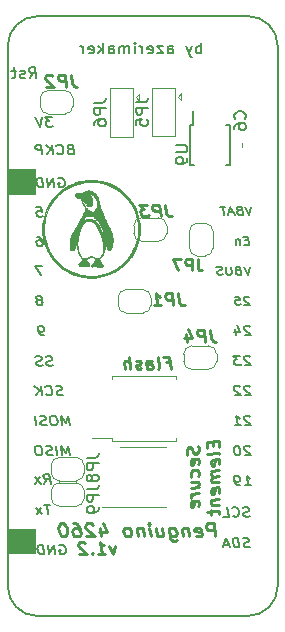
<source format=gbo>
G04 #@! TF.GenerationSoftware,KiCad,Pcbnew,(5.1.6)-1*
G04 #@! TF.CreationDate,2020-08-18T19:06:58+02:00*
G04 #@! TF.ProjectId,Penguino-Feather-4260-v1,50656e67-7569-46e6-9f2d-466561746865,1.1*
G04 #@! TF.SameCoordinates,Original*
G04 #@! TF.FileFunction,Legend,Bot*
G04 #@! TF.FilePolarity,Positive*
%FSLAX46Y46*%
G04 Gerber Fmt 4.6, Leading zero omitted, Abs format (unit mm)*
G04 Created by KiCad (PCBNEW (5.1.6)-1) date 2020-08-18 19:06:58*
%MOMM*%
%LPD*%
G01*
G04 APERTURE LIST*
%ADD10C,0.100000*%
%ADD11C,0.200000*%
%ADD12C,0.250000*%
%ADD13C,0.187500*%
%ADD14C,0.175000*%
G04 #@! TA.AperFunction,Profile*
%ADD15C,0.150000*%
G04 #@! TD*
%ADD16C,0.010000*%
%ADD17C,0.120000*%
%ADD18C,0.150000*%
G04 APERTURE END LIST*
D10*
G36*
X126736000Y-83630000D02*
G01*
X124590000Y-83630000D01*
X124590000Y-81530000D01*
X126736000Y-81530000D01*
X126736000Y-83630000D01*
G37*
X126736000Y-83630000D02*
X124590000Y-83630000D01*
X124590000Y-81530000D01*
X126736000Y-81530000D01*
X126736000Y-83630000D01*
G36*
X126736000Y-114080000D02*
G01*
X124590000Y-114080000D01*
X124590000Y-111980000D01*
X126736000Y-111980000D01*
X126736000Y-114080000D01*
G37*
X126736000Y-114080000D02*
X124590000Y-114080000D01*
X124590000Y-111980000D01*
X126736000Y-111980000D01*
X126736000Y-114080000D01*
D11*
X140861904Y-71747142D02*
X140861904Y-70847142D01*
X140861904Y-71190000D02*
X140766666Y-71147142D01*
X140576190Y-71147142D01*
X140480952Y-71190000D01*
X140433333Y-71232857D01*
X140385714Y-71318571D01*
X140385714Y-71575714D01*
X140433333Y-71661428D01*
X140480952Y-71704285D01*
X140576190Y-71747142D01*
X140766666Y-71747142D01*
X140861904Y-71704285D01*
X140052380Y-71147142D02*
X139814285Y-71747142D01*
X139576190Y-71147142D02*
X139814285Y-71747142D01*
X139909523Y-71961428D01*
X139957142Y-72004285D01*
X140052380Y-72047142D01*
X138004761Y-71747142D02*
X138004761Y-71275714D01*
X138052380Y-71190000D01*
X138147619Y-71147142D01*
X138338095Y-71147142D01*
X138433333Y-71190000D01*
X138004761Y-71704285D02*
X138100000Y-71747142D01*
X138338095Y-71747142D01*
X138433333Y-71704285D01*
X138480952Y-71618571D01*
X138480952Y-71532857D01*
X138433333Y-71447142D01*
X138338095Y-71404285D01*
X138100000Y-71404285D01*
X138004761Y-71361428D01*
X137623809Y-71147142D02*
X137100000Y-71147142D01*
X137623809Y-71747142D01*
X137100000Y-71747142D01*
X136338095Y-71704285D02*
X136433333Y-71747142D01*
X136623809Y-71747142D01*
X136719047Y-71704285D01*
X136766666Y-71618571D01*
X136766666Y-71275714D01*
X136719047Y-71190000D01*
X136623809Y-71147142D01*
X136433333Y-71147142D01*
X136338095Y-71190000D01*
X136290476Y-71275714D01*
X136290476Y-71361428D01*
X136766666Y-71447142D01*
X135861904Y-71747142D02*
X135861904Y-71147142D01*
X135861904Y-71318571D02*
X135814285Y-71232857D01*
X135766666Y-71190000D01*
X135671428Y-71147142D01*
X135576190Y-71147142D01*
X135242857Y-71747142D02*
X135242857Y-71147142D01*
X135242857Y-70847142D02*
X135290476Y-70890000D01*
X135242857Y-70932857D01*
X135195238Y-70890000D01*
X135242857Y-70847142D01*
X135242857Y-70932857D01*
X134766666Y-71747142D02*
X134766666Y-71147142D01*
X134766666Y-71232857D02*
X134719047Y-71190000D01*
X134623809Y-71147142D01*
X134480952Y-71147142D01*
X134385714Y-71190000D01*
X134338095Y-71275714D01*
X134338095Y-71747142D01*
X134338095Y-71275714D02*
X134290476Y-71190000D01*
X134195238Y-71147142D01*
X134052380Y-71147142D01*
X133957142Y-71190000D01*
X133909523Y-71275714D01*
X133909523Y-71747142D01*
X133004761Y-71747142D02*
X133004761Y-71275714D01*
X133052380Y-71190000D01*
X133147619Y-71147142D01*
X133338095Y-71147142D01*
X133433333Y-71190000D01*
X133004761Y-71704285D02*
X133100000Y-71747142D01*
X133338095Y-71747142D01*
X133433333Y-71704285D01*
X133480952Y-71618571D01*
X133480952Y-71532857D01*
X133433333Y-71447142D01*
X133338095Y-71404285D01*
X133100000Y-71404285D01*
X133004761Y-71361428D01*
X132528571Y-71747142D02*
X132528571Y-70847142D01*
X132433333Y-71404285D02*
X132147619Y-71747142D01*
X132147619Y-71147142D02*
X132528571Y-71490000D01*
X131338095Y-71704285D02*
X131433333Y-71747142D01*
X131623809Y-71747142D01*
X131719047Y-71704285D01*
X131766666Y-71618571D01*
X131766666Y-71275714D01*
X131719047Y-71190000D01*
X131623809Y-71147142D01*
X131433333Y-71147142D01*
X131338095Y-71190000D01*
X131290476Y-71275714D01*
X131290476Y-71361428D01*
X131766666Y-71447142D01*
X130861904Y-71747142D02*
X130861904Y-71147142D01*
X130861904Y-71318571D02*
X130814285Y-71232857D01*
X130766666Y-71190000D01*
X130671428Y-71147142D01*
X130576190Y-71147142D01*
D12*
X133525271Y-113450714D02*
X133346700Y-114117380D01*
X133001461Y-113450714D01*
X132089557Y-114117380D02*
X132718128Y-114117380D01*
X132403842Y-114117380D02*
X132278842Y-113117380D01*
X132401461Y-113260238D01*
X132518128Y-113355476D01*
X132628842Y-113403095D01*
X131606223Y-114022142D02*
X131559795Y-114069761D01*
X131618128Y-114117380D01*
X131664557Y-114069761D01*
X131606223Y-114022142D01*
X131618128Y-114117380D01*
X131033604Y-113212619D02*
X130975271Y-113165000D01*
X130864557Y-113117380D01*
X130602652Y-113117380D01*
X130503842Y-113165000D01*
X130457414Y-113212619D01*
X130416938Y-113307857D01*
X130428842Y-113403095D01*
X130499080Y-113545952D01*
X131199080Y-114117380D01*
X130518128Y-114117380D01*
D13*
X128171186Y-77161904D02*
X127614043Y-77161904D01*
X127952139Y-77466666D01*
X127823567Y-77466666D01*
X127742615Y-77504761D01*
X127704520Y-77542857D01*
X127671186Y-77619047D01*
X127694996Y-77809523D01*
X127747377Y-77885714D01*
X127794996Y-77923809D01*
X127885472Y-77961904D01*
X128142615Y-77961904D01*
X128223567Y-77923809D01*
X128261662Y-77885714D01*
X127356901Y-77161904D02*
X127156901Y-77961904D01*
X126756901Y-77161904D01*
D14*
X145066462Y-84706666D02*
X144887296Y-85406666D01*
X144533129Y-84706666D01*
X144041462Y-85040000D02*
X143931343Y-85073333D01*
X143897415Y-85106666D01*
X143867653Y-85173333D01*
X143880153Y-85273333D01*
X143926581Y-85340000D01*
X143968843Y-85373333D01*
X144049200Y-85406666D01*
X144353962Y-85406666D01*
X144266462Y-84706666D01*
X143999796Y-84706666D01*
X143927772Y-84740000D01*
X143893843Y-84773333D01*
X143864081Y-84840000D01*
X143872415Y-84906666D01*
X143918843Y-84973333D01*
X143961105Y-85006666D01*
X144041462Y-85040000D01*
X144308129Y-85040000D01*
X143567058Y-85206666D02*
X143186105Y-85206666D01*
X143668248Y-85406666D02*
X143314081Y-84706666D01*
X143134915Y-85406666D01*
X142895034Y-84706666D02*
X142437891Y-84706666D01*
X142753962Y-85406666D02*
X142666462Y-84706666D01*
D13*
X126325204Y-73827142D02*
X126604966Y-73398571D01*
X126896633Y-73827142D02*
X126784133Y-72927142D01*
X126403180Y-72927142D01*
X126313299Y-72970000D01*
X126271037Y-73012857D01*
X126234133Y-73098571D01*
X126250204Y-73227142D01*
X126308537Y-73312857D01*
X126361514Y-73355714D01*
X126462109Y-73398571D01*
X126843061Y-73398571D01*
X125938895Y-73784285D02*
X125849014Y-73827142D01*
X125658537Y-73827142D01*
X125557942Y-73784285D01*
X125499609Y-73698571D01*
X125494252Y-73655714D01*
X125531156Y-73570000D01*
X125621037Y-73527142D01*
X125763895Y-73527142D01*
X125853776Y-73484285D01*
X125890680Y-73398571D01*
X125885323Y-73355714D01*
X125826990Y-73270000D01*
X125726395Y-73227142D01*
X125583537Y-73227142D01*
X125493656Y-73270000D01*
X125154966Y-73227142D02*
X124774014Y-73227142D01*
X124974609Y-72927142D02*
X125071037Y-73698571D01*
X125034133Y-73784285D01*
X124944252Y-73827142D01*
X124849014Y-73827142D01*
X129728805Y-79862857D02*
X129604996Y-79900952D01*
X129566901Y-79939047D01*
X129533567Y-80015238D01*
X129547853Y-80129523D01*
X129600234Y-80205714D01*
X129647853Y-80243809D01*
X129738329Y-80281904D01*
X130081186Y-80281904D01*
X129981186Y-79481904D01*
X129681186Y-79481904D01*
X129600234Y-79520000D01*
X129562139Y-79558095D01*
X129528805Y-79634285D01*
X129538329Y-79710476D01*
X129590710Y-79786666D01*
X129638329Y-79824761D01*
X129728805Y-79862857D01*
X130028805Y-79862857D01*
X128657377Y-80205714D02*
X128704996Y-80243809D01*
X128838329Y-80281904D01*
X128924043Y-80281904D01*
X129047853Y-80243809D01*
X129124043Y-80167619D01*
X129157377Y-80091428D01*
X129181186Y-79939047D01*
X129166901Y-79824761D01*
X129104996Y-79672380D01*
X129052615Y-79596190D01*
X128957377Y-79520000D01*
X128824043Y-79481904D01*
X128738329Y-79481904D01*
X128614520Y-79520000D01*
X128576424Y-79558095D01*
X128281186Y-80281904D02*
X128181186Y-79481904D01*
X127766901Y-80281904D02*
X128095472Y-79824761D01*
X127666901Y-79481904D02*
X128238329Y-79939047D01*
X127381186Y-80281904D02*
X127281186Y-79481904D01*
X126938329Y-79481904D01*
X126857377Y-79520000D01*
X126819281Y-79558095D01*
X126785948Y-79634285D01*
X126800234Y-79748571D01*
X126852615Y-79824761D01*
X126900234Y-79862857D01*
X126990710Y-79900952D01*
X127333567Y-79900952D01*
X128745948Y-82300000D02*
X128826901Y-82261904D01*
X128955472Y-82261904D01*
X129088805Y-82300000D01*
X129184043Y-82376190D01*
X129236424Y-82452380D01*
X129298329Y-82604761D01*
X129312615Y-82719047D01*
X129288805Y-82871428D01*
X129255472Y-82947619D01*
X129179281Y-83023809D01*
X129055472Y-83061904D01*
X128969758Y-83061904D01*
X128836424Y-83023809D01*
X128788805Y-82985714D01*
X128755472Y-82719047D01*
X128926901Y-82719047D01*
X128412615Y-83061904D02*
X128312615Y-82261904D01*
X127898329Y-83061904D01*
X127798329Y-82261904D01*
X127469758Y-83061904D02*
X127369758Y-82261904D01*
X127155472Y-82261904D01*
X127031662Y-82300000D01*
X126955472Y-82376190D01*
X126922139Y-82452380D01*
X126898329Y-82604761D01*
X126912615Y-82719047D01*
X126974520Y-82871428D01*
X127026901Y-82947619D01*
X127122139Y-83023809D01*
X127255472Y-83061904D01*
X127469758Y-83061904D01*
X126871186Y-84761904D02*
X127299758Y-84761904D01*
X127390234Y-85142857D01*
X127342615Y-85104761D01*
X127252139Y-85066666D01*
X127037853Y-85066666D01*
X126956901Y-85104761D01*
X126918805Y-85142857D01*
X126885472Y-85219047D01*
X126909281Y-85409523D01*
X126961662Y-85485714D01*
X127009281Y-85523809D01*
X127099758Y-85561904D01*
X127314043Y-85561904D01*
X127394996Y-85523809D01*
X127433091Y-85485714D01*
X126914043Y-87261904D02*
X127085472Y-87261904D01*
X127175948Y-87300000D01*
X127223567Y-87338095D01*
X127323567Y-87452380D01*
X127385472Y-87604761D01*
X127423567Y-87909523D01*
X127390234Y-87985714D01*
X127352139Y-88023809D01*
X127271186Y-88061904D01*
X127099758Y-88061904D01*
X127009281Y-88023809D01*
X126961662Y-87985714D01*
X126909281Y-87909523D01*
X126885472Y-87719047D01*
X126918805Y-87642857D01*
X126956901Y-87604761D01*
X127037853Y-87566666D01*
X127209281Y-87566666D01*
X127299758Y-87604761D01*
X127347377Y-87642857D01*
X127399758Y-87719047D01*
X127385472Y-89731904D02*
X126785472Y-89731904D01*
X127271186Y-90531904D01*
X127214043Y-92604761D02*
X127294996Y-92566666D01*
X127333091Y-92528571D01*
X127366424Y-92452380D01*
X127361662Y-92414285D01*
X127309281Y-92338095D01*
X127261662Y-92300000D01*
X127171186Y-92261904D01*
X126999758Y-92261904D01*
X126918805Y-92300000D01*
X126880710Y-92338095D01*
X126847377Y-92414285D01*
X126852139Y-92452380D01*
X126904520Y-92528571D01*
X126952139Y-92566666D01*
X127042615Y-92604761D01*
X127214043Y-92604761D01*
X127304520Y-92642857D01*
X127352139Y-92680952D01*
X127404520Y-92757142D01*
X127423567Y-92909523D01*
X127390234Y-92985714D01*
X127352139Y-93023809D01*
X127271186Y-93061904D01*
X127099758Y-93061904D01*
X127009281Y-93023809D01*
X126961662Y-92985714D01*
X126909281Y-92909523D01*
X126890234Y-92757142D01*
X126923567Y-92680952D01*
X126961662Y-92642857D01*
X127042615Y-92604761D01*
X127510901Y-95611904D02*
X127339472Y-95611904D01*
X127248996Y-95573809D01*
X127201377Y-95535714D01*
X127101377Y-95421428D01*
X127039472Y-95269047D01*
X127001377Y-94964285D01*
X127034710Y-94888095D01*
X127072805Y-94850000D01*
X127153758Y-94811904D01*
X127325186Y-94811904D01*
X127415662Y-94850000D01*
X127463281Y-94888095D01*
X127515662Y-94964285D01*
X127539472Y-95154761D01*
X127506139Y-95230952D01*
X127468043Y-95269047D01*
X127387091Y-95307142D01*
X127215662Y-95307142D01*
X127125186Y-95269047D01*
X127077567Y-95230952D01*
X127025186Y-95154761D01*
X128274424Y-98148809D02*
X128150615Y-98186904D01*
X127936329Y-98186904D01*
X127845853Y-98148809D01*
X127798234Y-98110714D01*
X127745853Y-98034523D01*
X127736329Y-97958333D01*
X127769662Y-97882142D01*
X127807758Y-97844047D01*
X127888710Y-97805952D01*
X128055377Y-97767857D01*
X128136329Y-97729761D01*
X128174424Y-97691666D01*
X128207758Y-97615476D01*
X128198234Y-97539285D01*
X128145853Y-97463095D01*
X128098234Y-97425000D01*
X128007758Y-97386904D01*
X127793472Y-97386904D01*
X127669662Y-97425000D01*
X127417281Y-98148809D02*
X127293472Y-98186904D01*
X127079186Y-98186904D01*
X126988710Y-98148809D01*
X126941091Y-98110714D01*
X126888710Y-98034523D01*
X126879186Y-97958333D01*
X126912520Y-97882142D01*
X126950615Y-97844047D01*
X127031567Y-97805952D01*
X127198234Y-97767857D01*
X127279186Y-97729761D01*
X127317281Y-97691666D01*
X127350615Y-97615476D01*
X127341091Y-97539285D01*
X127288710Y-97463095D01*
X127241091Y-97425000D01*
X127150615Y-97386904D01*
X126936329Y-97386904D01*
X126812520Y-97425000D01*
X129137853Y-100653809D02*
X129014043Y-100691904D01*
X128799758Y-100691904D01*
X128709281Y-100653809D01*
X128661662Y-100615714D01*
X128609281Y-100539523D01*
X128599758Y-100463333D01*
X128633091Y-100387142D01*
X128671186Y-100349047D01*
X128752139Y-100310952D01*
X128918805Y-100272857D01*
X128999758Y-100234761D01*
X129037853Y-100196666D01*
X129071186Y-100120476D01*
X129061662Y-100044285D01*
X129009281Y-99968095D01*
X128961662Y-99930000D01*
X128871186Y-99891904D01*
X128656901Y-99891904D01*
X128533091Y-99930000D01*
X127718805Y-100615714D02*
X127766424Y-100653809D01*
X127899758Y-100691904D01*
X127985472Y-100691904D01*
X128109281Y-100653809D01*
X128185472Y-100577619D01*
X128218805Y-100501428D01*
X128242615Y-100349047D01*
X128228329Y-100234761D01*
X128166424Y-100082380D01*
X128114043Y-100006190D01*
X128018805Y-99930000D01*
X127885472Y-99891904D01*
X127799758Y-99891904D01*
X127675948Y-99930000D01*
X127637853Y-99968095D01*
X127342615Y-100691904D02*
X127242615Y-99891904D01*
X126828329Y-100691904D02*
X127156901Y-100234761D01*
X126728329Y-99891904D02*
X127299758Y-100349047D01*
X129699758Y-103231904D02*
X129599758Y-102431904D01*
X129371186Y-103003333D01*
X128999758Y-102431904D01*
X129099758Y-103231904D01*
X128399758Y-102431904D02*
X128228329Y-102431904D01*
X128147377Y-102470000D01*
X128071186Y-102546190D01*
X128047377Y-102698571D01*
X128080710Y-102965238D01*
X128142615Y-103117619D01*
X128237853Y-103193809D01*
X128328329Y-103231904D01*
X128499758Y-103231904D01*
X128580710Y-103193809D01*
X128656901Y-103117619D01*
X128680710Y-102965238D01*
X128647377Y-102698571D01*
X128585472Y-102546190D01*
X128490234Y-102470000D01*
X128399758Y-102431904D01*
X127766424Y-103193809D02*
X127642615Y-103231904D01*
X127428329Y-103231904D01*
X127337853Y-103193809D01*
X127290234Y-103155714D01*
X127237853Y-103079523D01*
X127228329Y-103003333D01*
X127261662Y-102927142D01*
X127299758Y-102889047D01*
X127380710Y-102850952D01*
X127547377Y-102812857D01*
X127628329Y-102774761D01*
X127666424Y-102736666D01*
X127699758Y-102660476D01*
X127690234Y-102584285D01*
X127637853Y-102508095D01*
X127590234Y-102470000D01*
X127499758Y-102431904D01*
X127285472Y-102431904D01*
X127161662Y-102470000D01*
X126871186Y-103231904D02*
X126771186Y-102431904D01*
X129699758Y-105771904D02*
X129599758Y-104971904D01*
X129371186Y-105543333D01*
X128999758Y-104971904D01*
X129099758Y-105771904D01*
X128671186Y-105771904D02*
X128571186Y-104971904D01*
X128280710Y-105733809D02*
X128156901Y-105771904D01*
X127942615Y-105771904D01*
X127852139Y-105733809D01*
X127804520Y-105695714D01*
X127752139Y-105619523D01*
X127742615Y-105543333D01*
X127775948Y-105467142D01*
X127814043Y-105429047D01*
X127894996Y-105390952D01*
X128061662Y-105352857D01*
X128142615Y-105314761D01*
X128180710Y-105276666D01*
X128214043Y-105200476D01*
X128204520Y-105124285D01*
X128152139Y-105048095D01*
X128104520Y-105010000D01*
X128014043Y-104971904D01*
X127799758Y-104971904D01*
X127675948Y-105010000D01*
X127114043Y-104971904D02*
X126942615Y-104971904D01*
X126861662Y-105010000D01*
X126785472Y-105086190D01*
X126761662Y-105238571D01*
X126794996Y-105505238D01*
X126856901Y-105657619D01*
X126952139Y-105733809D01*
X127042615Y-105771904D01*
X127214043Y-105771904D01*
X127294996Y-105733809D01*
X127371186Y-105657619D01*
X127394996Y-105505238D01*
X127361662Y-105238571D01*
X127299758Y-105086190D01*
X127204520Y-105010000D01*
X127114043Y-104971904D01*
X127571186Y-108161904D02*
X127823567Y-107780952D01*
X128085472Y-108161904D02*
X127985472Y-107361904D01*
X127642615Y-107361904D01*
X127561662Y-107400000D01*
X127523567Y-107438095D01*
X127490234Y-107514285D01*
X127504520Y-107628571D01*
X127556901Y-107704761D01*
X127604520Y-107742857D01*
X127694996Y-107780952D01*
X128037853Y-107780952D01*
X127271186Y-108161904D02*
X126733091Y-107628571D01*
X127204520Y-107628571D02*
X126799758Y-108161904D01*
X128006901Y-109961904D02*
X127492615Y-109961904D01*
X127849758Y-110761904D02*
X127749758Y-109961904D01*
X127378329Y-110761904D02*
X126840234Y-110228571D01*
X127311662Y-110228571D02*
X126906901Y-110761904D01*
X128818948Y-113392000D02*
X128899901Y-113353904D01*
X129028472Y-113353904D01*
X129161805Y-113392000D01*
X129257043Y-113468190D01*
X129309424Y-113544380D01*
X129371329Y-113696761D01*
X129385615Y-113811047D01*
X129361805Y-113963428D01*
X129328472Y-114039619D01*
X129252281Y-114115809D01*
X129128472Y-114153904D01*
X129042758Y-114153904D01*
X128909424Y-114115809D01*
X128861805Y-114077714D01*
X128828472Y-113811047D01*
X128999901Y-113811047D01*
X128485615Y-114153904D02*
X128385615Y-113353904D01*
X127971329Y-114153904D01*
X127871329Y-113353904D01*
X127542758Y-114153904D02*
X127442758Y-113353904D01*
X127228472Y-113353904D01*
X127104662Y-113392000D01*
X127028472Y-113468190D01*
X126995139Y-113544380D01*
X126971329Y-113696761D01*
X126985615Y-113811047D01*
X127047520Y-113963428D01*
X127099901Y-114039619D01*
X127195139Y-114115809D01*
X127328472Y-114153904D01*
X127542758Y-114153904D01*
X144973567Y-113523809D02*
X144849758Y-113561904D01*
X144635472Y-113561904D01*
X144544996Y-113523809D01*
X144497377Y-113485714D01*
X144444996Y-113409523D01*
X144435472Y-113333333D01*
X144468805Y-113257142D01*
X144506901Y-113219047D01*
X144587853Y-113180952D01*
X144754520Y-113142857D01*
X144835472Y-113104761D01*
X144873567Y-113066666D01*
X144906901Y-112990476D01*
X144897377Y-112914285D01*
X144844996Y-112838095D01*
X144797377Y-112800000D01*
X144706901Y-112761904D01*
X144492615Y-112761904D01*
X144368805Y-112800000D01*
X144078329Y-113561904D02*
X143978329Y-112761904D01*
X143764043Y-112761904D01*
X143640234Y-112800000D01*
X143564043Y-112876190D01*
X143530710Y-112952380D01*
X143506901Y-113104761D01*
X143521186Y-113219047D01*
X143583091Y-113371428D01*
X143635472Y-113447619D01*
X143730710Y-113523809D01*
X143864043Y-113561904D01*
X144078329Y-113561904D01*
X143192615Y-113333333D02*
X142764043Y-113333333D01*
X143306901Y-113561904D02*
X142906901Y-112761904D01*
X142706901Y-113561904D01*
X144952139Y-110923809D02*
X144828329Y-110961904D01*
X144614043Y-110961904D01*
X144523567Y-110923809D01*
X144475948Y-110885714D01*
X144423567Y-110809523D01*
X144414043Y-110733333D01*
X144447377Y-110657142D01*
X144485472Y-110619047D01*
X144566424Y-110580952D01*
X144733091Y-110542857D01*
X144814043Y-110504761D01*
X144852139Y-110466666D01*
X144885472Y-110390476D01*
X144875948Y-110314285D01*
X144823567Y-110238095D01*
X144775948Y-110200000D01*
X144685472Y-110161904D01*
X144471186Y-110161904D01*
X144347377Y-110200000D01*
X143533091Y-110885714D02*
X143580710Y-110923809D01*
X143714043Y-110961904D01*
X143799758Y-110961904D01*
X143923567Y-110923809D01*
X143999758Y-110847619D01*
X144033091Y-110771428D01*
X144056901Y-110619047D01*
X144042615Y-110504761D01*
X143980710Y-110352380D01*
X143928329Y-110276190D01*
X143833091Y-110200000D01*
X143699758Y-110161904D01*
X143614043Y-110161904D01*
X143490234Y-110200000D01*
X143452139Y-110238095D01*
X142728329Y-110961904D02*
X143156901Y-110961904D01*
X143056901Y-110161904D01*
X144528901Y-108311904D02*
X145043186Y-108311904D01*
X144786043Y-108311904D02*
X144686043Y-107511904D01*
X144786043Y-107626190D01*
X144881281Y-107702380D01*
X144971758Y-107740476D01*
X144100329Y-108311904D02*
X143928901Y-108311904D01*
X143838424Y-108273809D01*
X143790805Y-108235714D01*
X143690805Y-108121428D01*
X143628901Y-107969047D01*
X143590805Y-107664285D01*
X143624139Y-107588095D01*
X143662234Y-107550000D01*
X143743186Y-107511904D01*
X143914615Y-107511904D01*
X144005091Y-107550000D01*
X144052710Y-107588095D01*
X144105091Y-107664285D01*
X144128901Y-107854761D01*
X144095567Y-107930952D01*
X144057472Y-107969047D01*
X143976520Y-108007142D01*
X143805091Y-108007142D01*
X143714615Y-107969047D01*
X143666996Y-107930952D01*
X143614615Y-107854761D01*
X144952710Y-105048095D02*
X144905091Y-105010000D01*
X144814615Y-104971904D01*
X144600329Y-104971904D01*
X144519377Y-105010000D01*
X144481281Y-105048095D01*
X144447948Y-105124285D01*
X144457472Y-105200476D01*
X144514615Y-105314761D01*
X145086043Y-105771904D01*
X144528901Y-105771904D01*
X143871758Y-104971904D02*
X143786043Y-104971904D01*
X143705091Y-105010000D01*
X143666996Y-105048095D01*
X143633662Y-105124285D01*
X143609853Y-105276666D01*
X143633662Y-105467142D01*
X143695567Y-105619523D01*
X143747948Y-105695714D01*
X143795567Y-105733809D01*
X143886043Y-105771904D01*
X143971758Y-105771904D01*
X144052710Y-105733809D01*
X144090805Y-105695714D01*
X144124139Y-105619523D01*
X144147948Y-105467142D01*
X144124139Y-105276666D01*
X144062234Y-105124285D01*
X144009853Y-105048095D01*
X143962234Y-105010000D01*
X143871758Y-104971904D01*
X144952710Y-102508095D02*
X144905091Y-102470000D01*
X144814615Y-102431904D01*
X144600329Y-102431904D01*
X144519377Y-102470000D01*
X144481281Y-102508095D01*
X144447948Y-102584285D01*
X144457472Y-102660476D01*
X144514615Y-102774761D01*
X145086043Y-103231904D01*
X144528901Y-103231904D01*
X143671758Y-103231904D02*
X144186043Y-103231904D01*
X143928901Y-103231904D02*
X143828901Y-102431904D01*
X143928901Y-102546190D01*
X144024139Y-102622380D01*
X144114615Y-102660476D01*
X144952710Y-99968095D02*
X144905091Y-99930000D01*
X144814615Y-99891904D01*
X144600329Y-99891904D01*
X144519377Y-99930000D01*
X144481281Y-99968095D01*
X144447948Y-100044285D01*
X144457472Y-100120476D01*
X144514615Y-100234761D01*
X145086043Y-100691904D01*
X144528901Y-100691904D01*
X144095567Y-99968095D02*
X144047948Y-99930000D01*
X143957472Y-99891904D01*
X143743186Y-99891904D01*
X143662234Y-99930000D01*
X143624139Y-99968095D01*
X143590805Y-100044285D01*
X143600329Y-100120476D01*
X143657472Y-100234761D01*
X144228901Y-100691904D01*
X143671758Y-100691904D01*
X144952710Y-97428095D02*
X144905091Y-97390000D01*
X144814615Y-97351904D01*
X144600329Y-97351904D01*
X144519377Y-97390000D01*
X144481281Y-97428095D01*
X144447948Y-97504285D01*
X144457472Y-97580476D01*
X144514615Y-97694761D01*
X145086043Y-98151904D01*
X144528901Y-98151904D01*
X144128901Y-97351904D02*
X143571758Y-97351904D01*
X143909853Y-97656666D01*
X143781281Y-97656666D01*
X143700329Y-97694761D01*
X143662234Y-97732857D01*
X143628901Y-97809047D01*
X143652710Y-97999523D01*
X143705091Y-98075714D01*
X143752710Y-98113809D01*
X143843186Y-98151904D01*
X144100329Y-98151904D01*
X144181281Y-98113809D01*
X144219377Y-98075714D01*
X144952710Y-94888095D02*
X144905091Y-94850000D01*
X144814615Y-94811904D01*
X144600329Y-94811904D01*
X144519377Y-94850000D01*
X144481281Y-94888095D01*
X144447948Y-94964285D01*
X144457472Y-95040476D01*
X144514615Y-95154761D01*
X145086043Y-95611904D01*
X144528901Y-95611904D01*
X143690805Y-95078571D02*
X143757472Y-95611904D01*
X143866996Y-94773809D02*
X144152710Y-95345238D01*
X143595567Y-95345238D01*
D14*
X144878034Y-92393333D02*
X144835772Y-92360000D01*
X144755415Y-92326666D01*
X144564938Y-92326666D01*
X144492915Y-92360000D01*
X144458986Y-92393333D01*
X144429224Y-92460000D01*
X144437558Y-92526666D01*
X144488153Y-92626666D01*
X144995296Y-93026666D01*
X144500058Y-93026666D01*
X143688748Y-92326666D02*
X144069700Y-92326666D01*
X144149462Y-92660000D01*
X144107200Y-92626666D01*
X144026843Y-92593333D01*
X143836367Y-92593333D01*
X143764343Y-92626666D01*
X143730415Y-92660000D01*
X143700653Y-92726666D01*
X143721486Y-92893333D01*
X143767915Y-92960000D01*
X143810177Y-92993333D01*
X143890534Y-93026666D01*
X144081010Y-93026666D01*
X144153034Y-92993333D01*
X144186962Y-92960000D01*
X144964843Y-89786666D02*
X144785677Y-90486666D01*
X144431510Y-89786666D01*
X143939843Y-90120000D02*
X143829724Y-90153333D01*
X143795796Y-90186666D01*
X143766034Y-90253333D01*
X143778534Y-90353333D01*
X143824962Y-90420000D01*
X143867224Y-90453333D01*
X143947581Y-90486666D01*
X144252343Y-90486666D01*
X144164843Y-89786666D01*
X143898177Y-89786666D01*
X143826153Y-89820000D01*
X143792224Y-89853333D01*
X143762462Y-89920000D01*
X143770796Y-89986666D01*
X143817224Y-90053333D01*
X143859486Y-90086666D01*
X143939843Y-90120000D01*
X144206510Y-90120000D01*
X143364843Y-89786666D02*
X143435677Y-90353333D01*
X143405915Y-90420000D01*
X143371986Y-90453333D01*
X143299962Y-90486666D01*
X143147581Y-90486666D01*
X143067224Y-90453333D01*
X143024962Y-90420000D01*
X142978534Y-90353333D01*
X142907700Y-89786666D01*
X142648177Y-90453333D02*
X142538058Y-90486666D01*
X142347581Y-90486666D01*
X142267224Y-90453333D01*
X142224962Y-90420000D01*
X142178534Y-90353333D01*
X142170200Y-90286666D01*
X142199962Y-90220000D01*
X142233891Y-90186666D01*
X142305915Y-90153333D01*
X142454129Y-90120000D01*
X142526153Y-90086666D01*
X142560081Y-90053333D01*
X142589843Y-89986666D01*
X142581510Y-89920000D01*
X142535081Y-89853333D01*
X142492819Y-89820000D01*
X142412462Y-89786666D01*
X142221986Y-89786666D01*
X142111867Y-89820000D01*
X144835177Y-87580000D02*
X144568510Y-87580000D01*
X144500058Y-87946666D02*
X144881010Y-87946666D01*
X144793510Y-87246666D01*
X144412558Y-87246666D01*
X144098867Y-87480000D02*
X144157200Y-87946666D01*
X144107200Y-87546666D02*
X144064938Y-87513333D01*
X143984581Y-87480000D01*
X143870296Y-87480000D01*
X143798272Y-87513333D01*
X143768510Y-87580000D01*
X143814343Y-87946666D01*
D12*
X140569761Y-104991175D02*
X140617380Y-105142366D01*
X140617380Y-105404270D01*
X140569761Y-105514985D01*
X140522142Y-105573318D01*
X140426904Y-105637604D01*
X140331666Y-105649508D01*
X140236428Y-105609032D01*
X140188809Y-105562604D01*
X140141190Y-105463794D01*
X140093571Y-105260223D01*
X140045952Y-105161413D01*
X139998333Y-105114985D01*
X139903095Y-105074508D01*
X139807857Y-105086413D01*
X139712619Y-105150699D01*
X139665000Y-105209032D01*
X139617380Y-105319747D01*
X139617380Y-105581651D01*
X139665000Y-105732842D01*
X140569761Y-106510223D02*
X140617380Y-106399508D01*
X140617380Y-106189985D01*
X140569761Y-106091175D01*
X140474523Y-106050699D01*
X140093571Y-106098318D01*
X139998333Y-106162604D01*
X139950714Y-106273318D01*
X139950714Y-106482842D01*
X139998333Y-106581651D01*
X140093571Y-106622127D01*
X140188809Y-106610223D01*
X140284047Y-106074508D01*
X140569761Y-107505461D02*
X140617380Y-107394747D01*
X140617380Y-107185223D01*
X140569761Y-107086413D01*
X140522142Y-107039985D01*
X140426904Y-106999508D01*
X140141190Y-107035223D01*
X140045952Y-107099508D01*
X139998333Y-107157842D01*
X139950714Y-107268556D01*
X139950714Y-107478080D01*
X139998333Y-107576889D01*
X139950714Y-108525699D02*
X140617380Y-108442366D01*
X139950714Y-108054270D02*
X140474523Y-107988794D01*
X140569761Y-108029270D01*
X140617380Y-108128080D01*
X140617380Y-108285223D01*
X140569761Y-108395937D01*
X140522142Y-108454270D01*
X140617380Y-108966175D02*
X139950714Y-109049508D01*
X140141190Y-109025699D02*
X140045952Y-109089985D01*
X139998333Y-109148318D01*
X139950714Y-109259032D01*
X139950714Y-109363794D01*
X140569761Y-110072127D02*
X140617380Y-109961413D01*
X140617380Y-109751889D01*
X140569761Y-109653080D01*
X140474523Y-109612604D01*
X140093571Y-109660223D01*
X139998333Y-109724508D01*
X139950714Y-109835223D01*
X139950714Y-110044747D01*
X139998333Y-110143556D01*
X140093571Y-110184032D01*
X140188809Y-110172127D01*
X140284047Y-109636413D01*
X141843571Y-104605461D02*
X141843571Y-104972127D01*
X142367380Y-105063794D02*
X142367380Y-104539985D01*
X141367380Y-104664985D01*
X141367380Y-105188794D01*
X142367380Y-105692366D02*
X142319761Y-105593556D01*
X142224523Y-105553080D01*
X141367380Y-105660223D01*
X142319761Y-106536413D02*
X142367380Y-106425699D01*
X142367380Y-106216175D01*
X142319761Y-106117366D01*
X142224523Y-106076889D01*
X141843571Y-106124508D01*
X141748333Y-106188794D01*
X141700714Y-106299508D01*
X141700714Y-106509032D01*
X141748333Y-106607842D01*
X141843571Y-106648318D01*
X141938809Y-106636413D01*
X142034047Y-106100699D01*
X142367380Y-107054270D02*
X141700714Y-107137604D01*
X141795952Y-107125699D02*
X141748333Y-107184032D01*
X141700714Y-107294747D01*
X141700714Y-107451889D01*
X141748333Y-107550699D01*
X141843571Y-107591175D01*
X142367380Y-107525699D01*
X141843571Y-107591175D02*
X141748333Y-107655461D01*
X141700714Y-107766175D01*
X141700714Y-107923318D01*
X141748333Y-108022127D01*
X141843571Y-108062604D01*
X142367380Y-107997127D01*
X142319761Y-108945937D02*
X142367380Y-108835223D01*
X142367380Y-108625699D01*
X142319761Y-108526889D01*
X142224523Y-108486413D01*
X141843571Y-108534032D01*
X141748333Y-108598318D01*
X141700714Y-108709032D01*
X141700714Y-108918556D01*
X141748333Y-109017366D01*
X141843571Y-109057842D01*
X141938809Y-109045937D01*
X142034047Y-108510223D01*
X141700714Y-109547127D02*
X142367380Y-109463794D01*
X141795952Y-109535223D02*
X141748333Y-109593556D01*
X141700714Y-109704270D01*
X141700714Y-109861413D01*
X141748333Y-109960223D01*
X141843571Y-110000699D01*
X142367380Y-109935223D01*
X141700714Y-110385223D02*
X141700714Y-110804270D01*
X141367380Y-110584032D02*
X142224523Y-110476889D01*
X142319761Y-110517366D01*
X142367380Y-110616175D01*
X142367380Y-110720937D01*
X137824062Y-97898571D02*
X138190729Y-97898571D01*
X138256205Y-98422380D02*
X138131205Y-97422380D01*
X137607395Y-97422380D01*
X137156205Y-98422380D02*
X137255014Y-98374761D01*
X137295491Y-98279523D01*
X137188348Y-97422380D01*
X136265729Y-98422380D02*
X136200252Y-97898571D01*
X136240729Y-97803333D01*
X136339538Y-97755714D01*
X136549062Y-97755714D01*
X136659776Y-97803333D01*
X136259776Y-98374761D02*
X136370491Y-98422380D01*
X136632395Y-98422380D01*
X136731205Y-98374761D01*
X136771681Y-98279523D01*
X136759776Y-98184285D01*
X136695491Y-98089047D01*
X136584776Y-98041428D01*
X136322872Y-98041428D01*
X136212157Y-97993809D01*
X135788348Y-98374761D02*
X135689538Y-98422380D01*
X135480014Y-98422380D01*
X135369300Y-98374761D01*
X135305014Y-98279523D01*
X135299062Y-98231904D01*
X135339538Y-98136666D01*
X135438348Y-98089047D01*
X135595491Y-98089047D01*
X135694300Y-98041428D01*
X135734776Y-97946190D01*
X135728824Y-97898571D01*
X135664538Y-97803333D01*
X135553824Y-97755714D01*
X135396681Y-97755714D01*
X135297872Y-97803333D01*
X134851443Y-98422380D02*
X134726443Y-97422380D01*
X134380014Y-98422380D02*
X134314538Y-97898571D01*
X134355014Y-97803333D01*
X134453824Y-97755714D01*
X134610967Y-97755714D01*
X134721681Y-97803333D01*
X134780014Y-97850952D01*
X137805776Y-84542380D02*
X137895062Y-85256666D01*
X137965300Y-85399523D01*
X138081967Y-85494761D01*
X138245062Y-85542380D01*
X138349824Y-85542380D01*
X137406967Y-85542380D02*
X137281967Y-84542380D01*
X136862919Y-84542380D01*
X136764110Y-84590000D01*
X136717681Y-84637619D01*
X136677205Y-84732857D01*
X136695062Y-84875714D01*
X136759348Y-84970952D01*
X136817681Y-85018571D01*
X136928395Y-85066190D01*
X137347443Y-85066190D01*
X136286729Y-84542380D02*
X135605776Y-84542380D01*
X136020062Y-84923333D01*
X135862919Y-84923333D01*
X135764110Y-84970952D01*
X135717681Y-85018571D01*
X135677205Y-85113809D01*
X135706967Y-85351904D01*
X135771252Y-85447142D01*
X135829586Y-85494761D01*
X135940300Y-85542380D01*
X136254586Y-85542380D01*
X136353395Y-85494761D01*
X136399824Y-85447142D01*
X141589776Y-95142380D02*
X141679062Y-95856666D01*
X141749300Y-95999523D01*
X141865967Y-96094761D01*
X142029062Y-96142380D01*
X142133824Y-96142380D01*
X141190967Y-96142380D02*
X141065967Y-95142380D01*
X140646919Y-95142380D01*
X140548110Y-95190000D01*
X140501681Y-95237619D01*
X140461205Y-95332857D01*
X140479062Y-95475714D01*
X140543348Y-95570952D01*
X140601681Y-95618571D01*
X140712395Y-95666190D01*
X141131443Y-95666190D01*
X139536205Y-95475714D02*
X139619538Y-96142380D01*
X139750491Y-95094761D02*
X140101681Y-95809047D01*
X139420729Y-95809047D01*
X129809776Y-73552380D02*
X129899062Y-74266666D01*
X129969300Y-74409523D01*
X130085967Y-74504761D01*
X130249062Y-74552380D01*
X130353824Y-74552380D01*
X129410967Y-74552380D02*
X129285967Y-73552380D01*
X128866919Y-73552380D01*
X128768110Y-73600000D01*
X128721681Y-73647619D01*
X128681205Y-73742857D01*
X128699062Y-73885714D01*
X128763348Y-73980952D01*
X128821681Y-74028571D01*
X128932395Y-74076190D01*
X129351443Y-74076190D01*
X128250252Y-73647619D02*
X128191919Y-73600000D01*
X128081205Y-73552380D01*
X127819300Y-73552380D01*
X127720491Y-73600000D01*
X127674062Y-73647619D01*
X127633586Y-73742857D01*
X127645491Y-73838095D01*
X127715729Y-73980952D01*
X128415729Y-74552380D01*
X127734776Y-74552380D01*
X138889776Y-92062380D02*
X138979062Y-92776666D01*
X139049300Y-92919523D01*
X139165967Y-93014761D01*
X139329062Y-93062380D01*
X139433824Y-93062380D01*
X138490967Y-93062380D02*
X138365967Y-92062380D01*
X137946919Y-92062380D01*
X137848110Y-92110000D01*
X137801681Y-92157619D01*
X137761205Y-92252857D01*
X137779062Y-92395714D01*
X137843348Y-92490952D01*
X137901681Y-92538571D01*
X138012395Y-92586190D01*
X138431443Y-92586190D01*
X136814776Y-93062380D02*
X137443348Y-93062380D01*
X137129062Y-93062380D02*
X137004062Y-92062380D01*
X137126681Y-92205238D01*
X137243348Y-92300476D01*
X137354062Y-92348095D01*
X142039238Y-112638619D02*
X141901738Y-111538619D01*
X141444595Y-111538619D01*
X141336857Y-111591000D01*
X141286261Y-111643380D01*
X141242214Y-111748142D01*
X141261857Y-111905285D01*
X141332095Y-112010047D01*
X141395785Y-112062428D01*
X141516619Y-112114809D01*
X141973761Y-112114809D01*
X140375547Y-112586238D02*
X140496380Y-112638619D01*
X140724952Y-112638619D01*
X140832690Y-112586238D01*
X140876738Y-112481476D01*
X140824357Y-112062428D01*
X140754119Y-111957666D01*
X140633285Y-111905285D01*
X140404714Y-111905285D01*
X140296976Y-111957666D01*
X140252928Y-112062428D01*
X140266023Y-112167190D01*
X140850547Y-112271952D01*
X139719000Y-111905285D02*
X139810666Y-112638619D01*
X139732095Y-112010047D02*
X139668404Y-111957666D01*
X139547571Y-111905285D01*
X139376142Y-111905285D01*
X139268404Y-111957666D01*
X139224357Y-112062428D01*
X139296380Y-112638619D01*
X138119000Y-111905285D02*
X138230309Y-112795761D01*
X138300547Y-112900523D01*
X138364238Y-112952904D01*
X138485071Y-113005285D01*
X138656500Y-113005285D01*
X138764238Y-112952904D01*
X138204119Y-112586238D02*
X138324952Y-112638619D01*
X138553523Y-112638619D01*
X138661261Y-112586238D01*
X138711857Y-112533857D01*
X138755904Y-112429095D01*
X138716619Y-112114809D01*
X138646380Y-112010047D01*
X138582690Y-111957666D01*
X138461857Y-111905285D01*
X138233285Y-111905285D01*
X138125547Y-111957666D01*
X137033285Y-111905285D02*
X137124952Y-112638619D01*
X137547571Y-111905285D02*
X137619595Y-112481476D01*
X137575547Y-112586238D01*
X137467809Y-112638619D01*
X137296380Y-112638619D01*
X137175547Y-112586238D01*
X137111857Y-112533857D01*
X136553523Y-112638619D02*
X136461857Y-111905285D01*
X136416023Y-111538619D02*
X136479714Y-111591000D01*
X136429119Y-111643380D01*
X136365428Y-111591000D01*
X136416023Y-111538619D01*
X136429119Y-111643380D01*
X135890428Y-111905285D02*
X135982095Y-112638619D01*
X135903523Y-112010047D02*
X135839833Y-111957666D01*
X135719000Y-111905285D01*
X135547571Y-111905285D01*
X135439833Y-111957666D01*
X135395785Y-112062428D01*
X135467809Y-112638619D01*
X134724952Y-112638619D02*
X134832690Y-112586238D01*
X134883285Y-112533857D01*
X134927333Y-112429095D01*
X134888047Y-112114809D01*
X134817809Y-112010047D01*
X134754119Y-111957666D01*
X134633285Y-111905285D01*
X134461857Y-111905285D01*
X134354119Y-111957666D01*
X134303523Y-112010047D01*
X134259476Y-112114809D01*
X134298761Y-112429095D01*
X134369000Y-112533857D01*
X134432690Y-112586238D01*
X134553523Y-112638619D01*
X134724952Y-112638619D01*
X132290428Y-111905285D02*
X132382095Y-112638619D01*
X132523761Y-111486238D02*
X132907690Y-112271952D01*
X132164833Y-112271952D01*
X131686261Y-111643380D02*
X131622571Y-111591000D01*
X131501738Y-111538619D01*
X131216023Y-111538619D01*
X131108285Y-111591000D01*
X131057690Y-111643380D01*
X131013642Y-111748142D01*
X131026738Y-111852904D01*
X131103523Y-112010047D01*
X131867809Y-112638619D01*
X131124952Y-112638619D01*
X129958880Y-111538619D02*
X130187452Y-111538619D01*
X130308285Y-111591000D01*
X130371976Y-111643380D01*
X130505904Y-111800523D01*
X130589238Y-112010047D01*
X130641619Y-112429095D01*
X130597571Y-112533857D01*
X130546976Y-112586238D01*
X130439238Y-112638619D01*
X130210666Y-112638619D01*
X130089833Y-112586238D01*
X130026142Y-112533857D01*
X129955904Y-112429095D01*
X129923166Y-112167190D01*
X129967214Y-112062428D01*
X130017809Y-112010047D01*
X130125547Y-111957666D01*
X130354119Y-111957666D01*
X130474952Y-112010047D01*
X130538642Y-112062428D01*
X130608880Y-112167190D01*
X129101738Y-111538619D02*
X128987452Y-111538619D01*
X128879714Y-111591000D01*
X128829119Y-111643380D01*
X128785071Y-111748142D01*
X128754119Y-111957666D01*
X128786857Y-112219571D01*
X128870190Y-112429095D01*
X128940428Y-112533857D01*
X129004119Y-112586238D01*
X129124952Y-112638619D01*
X129239238Y-112638619D01*
X129346976Y-112586238D01*
X129397571Y-112533857D01*
X129441619Y-112429095D01*
X129472571Y-112219571D01*
X129439833Y-111957666D01*
X129356500Y-111748142D01*
X129286261Y-111643380D01*
X129222571Y-111591000D01*
X129101738Y-111538619D01*
D15*
X127000000Y-119380000D02*
G75*
G02*
X124460000Y-116840000I0J2540000D01*
G01*
X147320000Y-116840000D02*
G75*
G02*
X144780000Y-119380000I-2540000J0D01*
G01*
X144780000Y-68580000D02*
G75*
G02*
X147320000Y-71120000I0J-2540000D01*
G01*
X124460000Y-71120000D02*
G75*
G02*
X127000000Y-68580000I2540000J0D01*
G01*
X124460000Y-116840000D02*
X124460000Y-71120000D01*
X144780000Y-119380000D02*
X127000000Y-119380000D01*
X147320000Y-71120000D02*
X147320000Y-116840000D01*
X127000000Y-68580000D02*
X144780000Y-68580000D01*
D16*
G36*
X131247221Y-82474704D02*
G01*
X131032903Y-82492236D01*
X130928533Y-82505483D01*
X130597533Y-82567122D01*
X130273892Y-82654019D01*
X129963431Y-82764196D01*
X129671969Y-82895676D01*
X129492034Y-82993633D01*
X129434772Y-83026707D01*
X129389425Y-83051934D01*
X129363246Y-83065317D01*
X129359871Y-83066466D01*
X129341029Y-83076550D01*
X129295251Y-83106696D01*
X129222771Y-83156745D01*
X129123821Y-83226537D01*
X129044694Y-83282931D01*
X128880294Y-83410780D01*
X128709555Y-83562591D01*
X128539797Y-83731337D01*
X128378346Y-83909993D01*
X128326109Y-83972400D01*
X128270070Y-84040712D01*
X128230017Y-84089875D01*
X128200635Y-84127069D01*
X128176608Y-84159474D01*
X128152621Y-84194268D01*
X128123359Y-84238631D01*
X128083506Y-84299743D01*
X128081641Y-84302600D01*
X127886846Y-84628010D01*
X127724704Y-84958362D01*
X127594057Y-85296647D01*
X127493748Y-85645859D01*
X127423325Y-86004400D01*
X127401170Y-86191777D01*
X127388128Y-86400530D01*
X127384213Y-86619409D01*
X127389439Y-86837168D01*
X127403821Y-87042560D01*
X127421824Y-87189733D01*
X127484422Y-87519395D01*
X127569877Y-87838314D01*
X127676205Y-88139852D01*
X127769887Y-88353592D01*
X127801120Y-88422591D01*
X127824154Y-88481308D01*
X127836407Y-88522615D01*
X127836772Y-88538242D01*
X127834140Y-88550591D01*
X127840207Y-88548392D01*
X127854288Y-88558361D01*
X127881728Y-88592506D01*
X127918824Y-88645748D01*
X127961876Y-88713005D01*
X127970946Y-88727809D01*
X128017766Y-88804049D01*
X128061702Y-88874275D01*
X128098004Y-88930981D01*
X128121926Y-88966661D01*
X128122956Y-88968097D01*
X128149840Y-89005201D01*
X128189584Y-89059942D01*
X128235112Y-89122576D01*
X128252076Y-89145897D01*
X128312076Y-89221410D01*
X128392524Y-89312612D01*
X128487638Y-89413772D01*
X128591637Y-89519158D01*
X128698736Y-89623038D01*
X128803155Y-89719680D01*
X128899109Y-89803353D01*
X128980817Y-89868325D01*
X128981199Y-89868607D01*
X129276169Y-90072558D01*
X129568322Y-90245619D01*
X129862549Y-90389880D01*
X130163745Y-90507429D01*
X130476800Y-90600356D01*
X130806607Y-90670748D01*
X130894533Y-90685431D01*
X131059961Y-90706303D01*
X131246443Y-90720906D01*
X131441663Y-90728769D01*
X131633310Y-90729420D01*
X131809067Y-90722384D01*
X131826000Y-90721187D01*
X132133156Y-90685593D01*
X132445522Y-90625030D01*
X132754255Y-90541878D01*
X133050510Y-90438518D01*
X133324599Y-90317750D01*
X133412769Y-90272200D01*
X133511996Y-90217751D01*
X133614800Y-90158820D01*
X133713700Y-90099826D01*
X133801212Y-90045189D01*
X133869855Y-89999326D01*
X133895067Y-89980832D01*
X133940698Y-89946471D01*
X134001086Y-89902148D01*
X134063278Y-89857370D01*
X134064172Y-89856733D01*
X134140822Y-89796555D01*
X134233059Y-89715117D01*
X134335609Y-89617836D01*
X134443197Y-89510129D01*
X134550546Y-89397413D01*
X134652383Y-89285105D01*
X134743432Y-89178623D01*
X134818418Y-89083384D01*
X134822147Y-89078342D01*
X134882240Y-88995404D01*
X134940509Y-88912603D01*
X134991393Y-88838002D01*
X135029330Y-88779664D01*
X135038226Y-88765075D01*
X135073255Y-88706461D01*
X135105200Y-88653741D01*
X135125722Y-88620599D01*
X135144180Y-88587242D01*
X135172853Y-88530480D01*
X135208189Y-88457852D01*
X135246634Y-88376895D01*
X135284637Y-88295147D01*
X135318643Y-88220146D01*
X135345100Y-88159428D01*
X135357198Y-88129533D01*
X135376298Y-88079281D01*
X135400670Y-88015346D01*
X135415266Y-87977133D01*
X135444181Y-87892271D01*
X135476400Y-87782241D01*
X135509873Y-87655316D01*
X135542552Y-87519770D01*
X135572386Y-87383875D01*
X135597327Y-87255905D01*
X135605220Y-87210325D01*
X135624275Y-87061047D01*
X135636919Y-86887829D01*
X135643159Y-86699983D01*
X135643085Y-86605721D01*
X135492231Y-86605721D01*
X135488933Y-86776990D01*
X135481190Y-86941274D01*
X135469057Y-87090467D01*
X135452591Y-87216466D01*
X135451383Y-87223600D01*
X135391971Y-87517420D01*
X135317072Y-87793135D01*
X135224255Y-88056177D01*
X135111091Y-88311977D01*
X134975150Y-88565965D01*
X134814001Y-88823574D01*
X134625216Y-89090234D01*
X134603066Y-89119811D01*
X134579368Y-89147833D01*
X134539634Y-89191451D01*
X134491635Y-89242174D01*
X134481654Y-89252500D01*
X134437114Y-89299160D01*
X134403310Y-89336017D01*
X134385910Y-89356841D01*
X134384737Y-89359028D01*
X134371442Y-89377435D01*
X134336696Y-89413149D01*
X134285217Y-89461977D01*
X134221721Y-89519727D01*
X134150925Y-89582205D01*
X134077546Y-89645220D01*
X134006300Y-89704579D01*
X133941905Y-89756088D01*
X133914328Y-89777157D01*
X133606076Y-89987334D01*
X133284763Y-90166267D01*
X132950447Y-90313933D01*
X132603184Y-90430312D01*
X132243030Y-90515382D01*
X131870042Y-90569121D01*
X131809066Y-90574820D01*
X131724748Y-90578953D01*
X131615023Y-90579661D01*
X131488138Y-90577306D01*
X131352342Y-90572249D01*
X131215882Y-90564850D01*
X131087005Y-90555471D01*
X130973959Y-90544473D01*
X130903133Y-90535165D01*
X130548006Y-90463553D01*
X130202582Y-90360180D01*
X129868913Y-90226277D01*
X129549052Y-90063074D01*
X129245052Y-89871802D01*
X128958964Y-89653692D01*
X128692842Y-89409973D01*
X128448737Y-89141877D01*
X128331104Y-88993133D01*
X128266013Y-88905342D01*
X128209244Y-88826231D01*
X128163724Y-88760081D01*
X128132382Y-88711175D01*
X128118146Y-88683793D01*
X128117599Y-88680981D01*
X128108912Y-88663391D01*
X128086933Y-88628191D01*
X128073893Y-88608651D01*
X128038052Y-88549497D01*
X127993503Y-88466090D01*
X127943730Y-88365774D01*
X127892218Y-88255894D01*
X127842450Y-88143792D01*
X127797911Y-88036813D01*
X127776678Y-87982216D01*
X127673548Y-87663421D01*
X127597717Y-87329921D01*
X127549742Y-86987635D01*
X127530182Y-86642481D01*
X127539595Y-86300376D01*
X127578539Y-85967240D01*
X127583726Y-85936668D01*
X127636011Y-85690261D01*
X127706877Y-85437854D01*
X127793167Y-85188106D01*
X127891727Y-84949682D01*
X127999400Y-84731241D01*
X128064021Y-84618369D01*
X128096965Y-84562869D01*
X128121683Y-84518772D01*
X128133921Y-84493748D01*
X128134533Y-84491286D01*
X128144076Y-84473729D01*
X128169634Y-84435979D01*
X128206601Y-84384710D01*
X128227136Y-84357138D01*
X128277027Y-84290017D01*
X128326674Y-84221895D01*
X128367055Y-84165181D01*
X128374660Y-84154218D01*
X128420031Y-84094411D01*
X128474332Y-84031122D01*
X128502190Y-84001785D01*
X128540678Y-83961130D01*
X128567004Y-83929178D01*
X128574799Y-83915021D01*
X128587094Y-83895384D01*
X128621146Y-83857940D01*
X128672714Y-83806580D01*
X128737552Y-83745195D01*
X128811417Y-83677677D01*
X128890065Y-83607917D01*
X128969251Y-83539806D01*
X129044732Y-83477235D01*
X129100065Y-83433422D01*
X129395365Y-83227190D01*
X129709122Y-83048786D01*
X130039324Y-82899056D01*
X130383958Y-82778847D01*
X130741013Y-82689006D01*
X130962399Y-82649725D01*
X131090845Y-82635100D01*
X131243581Y-82625215D01*
X131411365Y-82620066D01*
X131584957Y-82619650D01*
X131755113Y-82623966D01*
X131912591Y-82633009D01*
X132048150Y-82646778D01*
X132071533Y-82650056D01*
X132423673Y-82718493D01*
X132769142Y-82817804D01*
X133104126Y-82946400D01*
X133424812Y-83102693D01*
X133727383Y-83285095D01*
X133911231Y-83415917D01*
X133988350Y-83475995D01*
X134065484Y-83538759D01*
X134133241Y-83596417D01*
X134178881Y-83637928D01*
X134224375Y-83680523D01*
X134260462Y-83711992D01*
X134280397Y-83726505D01*
X134281725Y-83726866D01*
X134297470Y-83739225D01*
X134330657Y-83773249D01*
X134377323Y-83824360D01*
X134433504Y-83887978D01*
X134495237Y-83959523D01*
X134558560Y-84034418D01*
X134619507Y-84108083D01*
X134674118Y-84175939D01*
X134706758Y-84217933D01*
X134772698Y-84308366D01*
X134840420Y-84408113D01*
X134907436Y-84512781D01*
X134971259Y-84617975D01*
X135029403Y-84719300D01*
X135079381Y-84812363D01*
X135118706Y-84892769D01*
X135144891Y-84956123D01*
X135155450Y-84998032D01*
X135154377Y-85008891D01*
X135156738Y-85025764D01*
X135163924Y-85026296D01*
X135179653Y-85039318D01*
X135201580Y-85081017D01*
X135228398Y-85147043D01*
X135258804Y-85233048D01*
X135291494Y-85334682D01*
X135325163Y-85447596D01*
X135358506Y-85567442D01*
X135390219Y-85689870D01*
X135418997Y-85810532D01*
X135443537Y-85925078D01*
X135459832Y-86012866D01*
X135474883Y-86131038D01*
X135485263Y-86274640D01*
X135491026Y-86435569D01*
X135492231Y-86605721D01*
X135643085Y-86605721D01*
X135643006Y-86506820D01*
X135636466Y-86317654D01*
X135623550Y-86141797D01*
X135604264Y-85988560D01*
X135604087Y-85987466D01*
X135526322Y-85607072D01*
X135419462Y-85243824D01*
X135283570Y-84897863D01*
X135118709Y-84569329D01*
X134924941Y-84258364D01*
X134702331Y-83965108D01*
X134696409Y-83958020D01*
X134591514Y-83838622D01*
X134472680Y-83713241D01*
X134347126Y-83588866D01*
X134222069Y-83472489D01*
X134104730Y-83371101D01*
X134027333Y-83310002D01*
X133710929Y-83093484D01*
X133382101Y-82908467D01*
X133040662Y-82754871D01*
X132686424Y-82632616D01*
X132319198Y-82541626D01*
X132111192Y-82504813D01*
X131916203Y-82482238D01*
X131699876Y-82469699D01*
X131473213Y-82467190D01*
X131247221Y-82474704D01*
G37*
X131247221Y-82474704D02*
X131032903Y-82492236D01*
X130928533Y-82505483D01*
X130597533Y-82567122D01*
X130273892Y-82654019D01*
X129963431Y-82764196D01*
X129671969Y-82895676D01*
X129492034Y-82993633D01*
X129434772Y-83026707D01*
X129389425Y-83051934D01*
X129363246Y-83065317D01*
X129359871Y-83066466D01*
X129341029Y-83076550D01*
X129295251Y-83106696D01*
X129222771Y-83156745D01*
X129123821Y-83226537D01*
X129044694Y-83282931D01*
X128880294Y-83410780D01*
X128709555Y-83562591D01*
X128539797Y-83731337D01*
X128378346Y-83909993D01*
X128326109Y-83972400D01*
X128270070Y-84040712D01*
X128230017Y-84089875D01*
X128200635Y-84127069D01*
X128176608Y-84159474D01*
X128152621Y-84194268D01*
X128123359Y-84238631D01*
X128083506Y-84299743D01*
X128081641Y-84302600D01*
X127886846Y-84628010D01*
X127724704Y-84958362D01*
X127594057Y-85296647D01*
X127493748Y-85645859D01*
X127423325Y-86004400D01*
X127401170Y-86191777D01*
X127388128Y-86400530D01*
X127384213Y-86619409D01*
X127389439Y-86837168D01*
X127403821Y-87042560D01*
X127421824Y-87189733D01*
X127484422Y-87519395D01*
X127569877Y-87838314D01*
X127676205Y-88139852D01*
X127769887Y-88353592D01*
X127801120Y-88422591D01*
X127824154Y-88481308D01*
X127836407Y-88522615D01*
X127836772Y-88538242D01*
X127834140Y-88550591D01*
X127840207Y-88548392D01*
X127854288Y-88558361D01*
X127881728Y-88592506D01*
X127918824Y-88645748D01*
X127961876Y-88713005D01*
X127970946Y-88727809D01*
X128017766Y-88804049D01*
X128061702Y-88874275D01*
X128098004Y-88930981D01*
X128121926Y-88966661D01*
X128122956Y-88968097D01*
X128149840Y-89005201D01*
X128189584Y-89059942D01*
X128235112Y-89122576D01*
X128252076Y-89145897D01*
X128312076Y-89221410D01*
X128392524Y-89312612D01*
X128487638Y-89413772D01*
X128591637Y-89519158D01*
X128698736Y-89623038D01*
X128803155Y-89719680D01*
X128899109Y-89803353D01*
X128980817Y-89868325D01*
X128981199Y-89868607D01*
X129276169Y-90072558D01*
X129568322Y-90245619D01*
X129862549Y-90389880D01*
X130163745Y-90507429D01*
X130476800Y-90600356D01*
X130806607Y-90670748D01*
X130894533Y-90685431D01*
X131059961Y-90706303D01*
X131246443Y-90720906D01*
X131441663Y-90728769D01*
X131633310Y-90729420D01*
X131809067Y-90722384D01*
X131826000Y-90721187D01*
X132133156Y-90685593D01*
X132445522Y-90625030D01*
X132754255Y-90541878D01*
X133050510Y-90438518D01*
X133324599Y-90317750D01*
X133412769Y-90272200D01*
X133511996Y-90217751D01*
X133614800Y-90158820D01*
X133713700Y-90099826D01*
X133801212Y-90045189D01*
X133869855Y-89999326D01*
X133895067Y-89980832D01*
X133940698Y-89946471D01*
X134001086Y-89902148D01*
X134063278Y-89857370D01*
X134064172Y-89856733D01*
X134140822Y-89796555D01*
X134233059Y-89715117D01*
X134335609Y-89617836D01*
X134443197Y-89510129D01*
X134550546Y-89397413D01*
X134652383Y-89285105D01*
X134743432Y-89178623D01*
X134818418Y-89083384D01*
X134822147Y-89078342D01*
X134882240Y-88995404D01*
X134940509Y-88912603D01*
X134991393Y-88838002D01*
X135029330Y-88779664D01*
X135038226Y-88765075D01*
X135073255Y-88706461D01*
X135105200Y-88653741D01*
X135125722Y-88620599D01*
X135144180Y-88587242D01*
X135172853Y-88530480D01*
X135208189Y-88457852D01*
X135246634Y-88376895D01*
X135284637Y-88295147D01*
X135318643Y-88220146D01*
X135345100Y-88159428D01*
X135357198Y-88129533D01*
X135376298Y-88079281D01*
X135400670Y-88015346D01*
X135415266Y-87977133D01*
X135444181Y-87892271D01*
X135476400Y-87782241D01*
X135509873Y-87655316D01*
X135542552Y-87519770D01*
X135572386Y-87383875D01*
X135597327Y-87255905D01*
X135605220Y-87210325D01*
X135624275Y-87061047D01*
X135636919Y-86887829D01*
X135643159Y-86699983D01*
X135643085Y-86605721D01*
X135492231Y-86605721D01*
X135488933Y-86776990D01*
X135481190Y-86941274D01*
X135469057Y-87090467D01*
X135452591Y-87216466D01*
X135451383Y-87223600D01*
X135391971Y-87517420D01*
X135317072Y-87793135D01*
X135224255Y-88056177D01*
X135111091Y-88311977D01*
X134975150Y-88565965D01*
X134814001Y-88823574D01*
X134625216Y-89090234D01*
X134603066Y-89119811D01*
X134579368Y-89147833D01*
X134539634Y-89191451D01*
X134491635Y-89242174D01*
X134481654Y-89252500D01*
X134437114Y-89299160D01*
X134403310Y-89336017D01*
X134385910Y-89356841D01*
X134384737Y-89359028D01*
X134371442Y-89377435D01*
X134336696Y-89413149D01*
X134285217Y-89461977D01*
X134221721Y-89519727D01*
X134150925Y-89582205D01*
X134077546Y-89645220D01*
X134006300Y-89704579D01*
X133941905Y-89756088D01*
X133914328Y-89777157D01*
X133606076Y-89987334D01*
X133284763Y-90166267D01*
X132950447Y-90313933D01*
X132603184Y-90430312D01*
X132243030Y-90515382D01*
X131870042Y-90569121D01*
X131809066Y-90574820D01*
X131724748Y-90578953D01*
X131615023Y-90579661D01*
X131488138Y-90577306D01*
X131352342Y-90572249D01*
X131215882Y-90564850D01*
X131087005Y-90555471D01*
X130973959Y-90544473D01*
X130903133Y-90535165D01*
X130548006Y-90463553D01*
X130202582Y-90360180D01*
X129868913Y-90226277D01*
X129549052Y-90063074D01*
X129245052Y-89871802D01*
X128958964Y-89653692D01*
X128692842Y-89409973D01*
X128448737Y-89141877D01*
X128331104Y-88993133D01*
X128266013Y-88905342D01*
X128209244Y-88826231D01*
X128163724Y-88760081D01*
X128132382Y-88711175D01*
X128118146Y-88683793D01*
X128117599Y-88680981D01*
X128108912Y-88663391D01*
X128086933Y-88628191D01*
X128073893Y-88608651D01*
X128038052Y-88549497D01*
X127993503Y-88466090D01*
X127943730Y-88365774D01*
X127892218Y-88255894D01*
X127842450Y-88143792D01*
X127797911Y-88036813D01*
X127776678Y-87982216D01*
X127673548Y-87663421D01*
X127597717Y-87329921D01*
X127549742Y-86987635D01*
X127530182Y-86642481D01*
X127539595Y-86300376D01*
X127578539Y-85967240D01*
X127583726Y-85936668D01*
X127636011Y-85690261D01*
X127706877Y-85437854D01*
X127793167Y-85188106D01*
X127891727Y-84949682D01*
X127999400Y-84731241D01*
X128064021Y-84618369D01*
X128096965Y-84562869D01*
X128121683Y-84518772D01*
X128133921Y-84493748D01*
X128134533Y-84491286D01*
X128144076Y-84473729D01*
X128169634Y-84435979D01*
X128206601Y-84384710D01*
X128227136Y-84357138D01*
X128277027Y-84290017D01*
X128326674Y-84221895D01*
X128367055Y-84165181D01*
X128374660Y-84154218D01*
X128420031Y-84094411D01*
X128474332Y-84031122D01*
X128502190Y-84001785D01*
X128540678Y-83961130D01*
X128567004Y-83929178D01*
X128574799Y-83915021D01*
X128587094Y-83895384D01*
X128621146Y-83857940D01*
X128672714Y-83806580D01*
X128737552Y-83745195D01*
X128811417Y-83677677D01*
X128890065Y-83607917D01*
X128969251Y-83539806D01*
X129044732Y-83477235D01*
X129100065Y-83433422D01*
X129395365Y-83227190D01*
X129709122Y-83048786D01*
X130039324Y-82899056D01*
X130383958Y-82778847D01*
X130741013Y-82689006D01*
X130962399Y-82649725D01*
X131090845Y-82635100D01*
X131243581Y-82625215D01*
X131411365Y-82620066D01*
X131584957Y-82619650D01*
X131755113Y-82623966D01*
X131912591Y-82633009D01*
X132048150Y-82646778D01*
X132071533Y-82650056D01*
X132423673Y-82718493D01*
X132769142Y-82817804D01*
X133104126Y-82946400D01*
X133424812Y-83102693D01*
X133727383Y-83285095D01*
X133911231Y-83415917D01*
X133988350Y-83475995D01*
X134065484Y-83538759D01*
X134133241Y-83596417D01*
X134178881Y-83637928D01*
X134224375Y-83680523D01*
X134260462Y-83711992D01*
X134280397Y-83726505D01*
X134281725Y-83726866D01*
X134297470Y-83739225D01*
X134330657Y-83773249D01*
X134377323Y-83824360D01*
X134433504Y-83887978D01*
X134495237Y-83959523D01*
X134558560Y-84034418D01*
X134619507Y-84108083D01*
X134674118Y-84175939D01*
X134706758Y-84217933D01*
X134772698Y-84308366D01*
X134840420Y-84408113D01*
X134907436Y-84512781D01*
X134971259Y-84617975D01*
X135029403Y-84719300D01*
X135079381Y-84812363D01*
X135118706Y-84892769D01*
X135144891Y-84956123D01*
X135155450Y-84998032D01*
X135154377Y-85008891D01*
X135156738Y-85025764D01*
X135163924Y-85026296D01*
X135179653Y-85039318D01*
X135201580Y-85081017D01*
X135228398Y-85147043D01*
X135258804Y-85233048D01*
X135291494Y-85334682D01*
X135325163Y-85447596D01*
X135358506Y-85567442D01*
X135390219Y-85689870D01*
X135418997Y-85810532D01*
X135443537Y-85925078D01*
X135459832Y-86012866D01*
X135474883Y-86131038D01*
X135485263Y-86274640D01*
X135491026Y-86435569D01*
X135492231Y-86605721D01*
X135643085Y-86605721D01*
X135643006Y-86506820D01*
X135636466Y-86317654D01*
X135623550Y-86141797D01*
X135604264Y-85988560D01*
X135604087Y-85987466D01*
X135526322Y-85607072D01*
X135419462Y-85243824D01*
X135283570Y-84897863D01*
X135118709Y-84569329D01*
X134924941Y-84258364D01*
X134702331Y-83965108D01*
X134696409Y-83958020D01*
X134591514Y-83838622D01*
X134472680Y-83713241D01*
X134347126Y-83588866D01*
X134222069Y-83472489D01*
X134104730Y-83371101D01*
X134027333Y-83310002D01*
X133710929Y-83093484D01*
X133382101Y-82908467D01*
X133040662Y-82754871D01*
X132686424Y-82632616D01*
X132319198Y-82541626D01*
X132111192Y-82504813D01*
X131916203Y-82482238D01*
X131699876Y-82469699D01*
X131473213Y-82467190D01*
X131247221Y-82474704D01*
G36*
X135009466Y-88933866D02*
G01*
X135017933Y-88942333D01*
X135026399Y-88933866D01*
X135017933Y-88925399D01*
X135009466Y-88933866D01*
G37*
X135009466Y-88933866D02*
X135017933Y-88942333D01*
X135026399Y-88933866D01*
X135017933Y-88925399D01*
X135009466Y-88933866D01*
G36*
X129099733Y-83193466D02*
G01*
X129108199Y-83201933D01*
X129116666Y-83193466D01*
X129108199Y-83184999D01*
X129099733Y-83193466D01*
G37*
X129099733Y-83193466D02*
X129108199Y-83201933D01*
X129116666Y-83193466D01*
X129108199Y-83184999D01*
X129099733Y-83193466D01*
G36*
X131212166Y-83354042D02*
G01*
X131098930Y-83380144D01*
X130991794Y-83417991D01*
X130900215Y-83463651D01*
X130836992Y-83509970D01*
X130782945Y-83554913D01*
X130733900Y-83577406D01*
X130678866Y-83579622D01*
X130606852Y-83563728D01*
X130589991Y-83558733D01*
X130471495Y-83532213D01*
X130367490Y-83527322D01*
X130280648Y-83542296D01*
X130213635Y-83575370D01*
X130169120Y-83624779D01*
X130149774Y-83688758D01*
X130158263Y-83765543D01*
X130183124Y-83827796D01*
X130199818Y-83856526D01*
X130220451Y-83879922D01*
X130250354Y-83900820D01*
X130294859Y-83922056D01*
X130359295Y-83946468D01*
X130448994Y-83976893D01*
X130486338Y-83989159D01*
X130562594Y-84022437D01*
X130629036Y-84066737D01*
X130678970Y-84116202D01*
X130705701Y-84164972D01*
X130708399Y-84183510D01*
X130718536Y-84254216D01*
X130746075Y-84340563D01*
X130786708Y-84432199D01*
X130836126Y-84518770D01*
X130865007Y-84559845D01*
X130900931Y-84610091D01*
X130942515Y-84672978D01*
X130968659Y-84714987D01*
X130998702Y-84767433D01*
X131013999Y-84806875D01*
X131017622Y-84847982D01*
X131012645Y-84905423D01*
X131011166Y-84917863D01*
X130997692Y-84986742D01*
X130971554Y-85070753D01*
X130931774Y-85172060D01*
X130877370Y-85292830D01*
X130807365Y-85435226D01*
X130720778Y-85601415D01*
X130616631Y-85793560D01*
X130607760Y-85809666D01*
X130566849Y-85882972D01*
X130527681Y-85951593D01*
X130495679Y-86006106D01*
X130481103Y-86029800D01*
X130456012Y-86070007D01*
X130419521Y-86129768D01*
X130377468Y-86199482D01*
X130352370Y-86241466D01*
X130305626Y-86318527D01*
X130248002Y-86411414D01*
X130187272Y-86507690D01*
X130138036Y-86584409D01*
X130088004Y-86664014D01*
X130035613Y-86751548D01*
X129984498Y-86840477D01*
X129938295Y-86924264D01*
X129900641Y-86996374D01*
X129875170Y-87050271D01*
X129867233Y-87071200D01*
X129810909Y-87273654D01*
X129765259Y-87469794D01*
X129730718Y-87655877D01*
X129707719Y-87828158D01*
X129696697Y-87982895D01*
X129698086Y-88116344D01*
X129712321Y-88224761D01*
X129727364Y-88276652D01*
X129768212Y-88348790D01*
X129824633Y-88397178D01*
X129890900Y-88417137D01*
X129899608Y-88417399D01*
X129974335Y-88408318D01*
X130034879Y-88378966D01*
X130083934Y-88326177D01*
X130124194Y-88246787D01*
X130158353Y-88137633D01*
X130166632Y-88103707D01*
X130188635Y-88023705D01*
X130215866Y-87945066D01*
X130243318Y-87881845D01*
X130250184Y-87869128D01*
X130298587Y-87785290D01*
X130309846Y-87919311D01*
X130338794Y-88177316D01*
X130379716Y-88403933D01*
X130432732Y-88599502D01*
X130497962Y-88764358D01*
X130575528Y-88898841D01*
X130665549Y-89003288D01*
X130709385Y-89040003D01*
X130755454Y-89075928D01*
X130779934Y-89102438D01*
X130788650Y-89130002D01*
X130787428Y-89169091D01*
X130786551Y-89178714D01*
X130778834Y-89224772D01*
X130761323Y-89261331D01*
X130727167Y-89299797D01*
X130697380Y-89327166D01*
X130613358Y-89401968D01*
X130551350Y-89458086D01*
X130508013Y-89499285D01*
X130480004Y-89529329D01*
X130463978Y-89551983D01*
X130456592Y-89571010D01*
X130454503Y-89590175D01*
X130454399Y-89600738D01*
X130457501Y-89654167D01*
X130470673Y-89689093D01*
X130499715Y-89709357D01*
X130550427Y-89718798D01*
X130628608Y-89721256D01*
X130636462Y-89721266D01*
X130743275Y-89726059D01*
X130827113Y-89739858D01*
X130854796Y-89748507D01*
X130902014Y-89764421D01*
X130934577Y-89766377D01*
X130968686Y-89754374D01*
X130980731Y-89748507D01*
X131038740Y-89727242D01*
X131099457Y-89723639D01*
X131174106Y-89737597D01*
X131205221Y-89746497D01*
X131257740Y-89760403D01*
X131292990Y-89762067D01*
X131325305Y-89751423D01*
X131336454Y-89745879D01*
X131375319Y-89711792D01*
X131386556Y-89663010D01*
X131370072Y-89598082D01*
X131325771Y-89515555D01*
X131320921Y-89507991D01*
X131283642Y-89453641D01*
X131248928Y-89408361D01*
X131224964Y-89382599D01*
X131181196Y-89338091D01*
X131140782Y-89282343D01*
X131110701Y-89226518D01*
X131097932Y-89181781D01*
X131097866Y-89179256D01*
X131100616Y-89158209D01*
X131112239Y-89139243D01*
X131137795Y-89118517D01*
X131182342Y-89092191D01*
X131250942Y-89056423D01*
X131277062Y-89043230D01*
X131456258Y-88953067D01*
X131558284Y-88974140D01*
X131620300Y-88990977D01*
X131690280Y-89016213D01*
X131761020Y-89046408D01*
X131825317Y-89078120D01*
X131875967Y-89107909D01*
X131905769Y-89132336D01*
X131910666Y-89142454D01*
X131896404Y-89196423D01*
X131855217Y-89263824D01*
X131789505Y-89341145D01*
X131743835Y-89386575D01*
X131643337Y-89486066D01*
X131570419Y-89569129D01*
X131524159Y-89637628D01*
X131503636Y-89693428D01*
X131507929Y-89738394D01*
X131536118Y-89774391D01*
X131548017Y-89783019D01*
X131573050Y-89797359D01*
X131597231Y-89802375D01*
X131630419Y-89797562D01*
X131682474Y-89782416D01*
X131705852Y-89774943D01*
X131780732Y-89752236D01*
X131833335Y-89741639D01*
X131873070Y-89743296D01*
X131909340Y-89757352D01*
X131943623Y-89778582D01*
X132017520Y-89817457D01*
X132089370Y-89829361D01*
X132147733Y-89822873D01*
X132194337Y-89818194D01*
X132260696Y-89816889D01*
X132332843Y-89819214D01*
X132336296Y-89819427D01*
X132402153Y-89822946D01*
X132442974Y-89821896D01*
X132467495Y-89814256D01*
X132484450Y-89798003D01*
X132495006Y-89782695D01*
X132512322Y-89746943D01*
X132516710Y-89708067D01*
X132506462Y-89662364D01*
X132479875Y-89606128D01*
X132435243Y-89535655D01*
X132370860Y-89447239D01*
X132296675Y-89351857D01*
X132237825Y-89271333D01*
X132204577Y-89208615D01*
X132196391Y-89159981D01*
X132212724Y-89121712D01*
X132253035Y-89090087D01*
X132258156Y-89087258D01*
X132317740Y-89045306D01*
X132383165Y-88983954D01*
X132444489Y-88913765D01*
X132491769Y-88845304D01*
X132499854Y-88830438D01*
X132535357Y-88747519D01*
X132569170Y-88645751D01*
X132596840Y-88540041D01*
X132613153Y-88451266D01*
X132626321Y-88387274D01*
X132646165Y-88328304D01*
X132657830Y-88304811D01*
X132681790Y-88258165D01*
X132692980Y-88231912D01*
X132571066Y-88231912D01*
X132559987Y-88434721D01*
X132526876Y-88613348D01*
X132471924Y-88767233D01*
X132395321Y-88895813D01*
X132316416Y-88982035D01*
X132222935Y-89049692D01*
X132126706Y-89085322D01*
X132024447Y-89089301D01*
X131912877Y-89062008D01*
X131850146Y-89035607D01*
X131753427Y-88990718D01*
X131679896Y-88959183D01*
X131622692Y-88938732D01*
X131574956Y-88927095D01*
X131529827Y-88922003D01*
X131504266Y-88921178D01*
X131452992Y-88923232D01*
X131405383Y-88932917D01*
X131351102Y-88953428D01*
X131279808Y-88987960D01*
X131267200Y-88994447D01*
X131204398Y-89026653D01*
X131153582Y-89052220D01*
X131121763Y-89067645D01*
X131114799Y-89070560D01*
X131093476Y-89077635D01*
X131080933Y-89082504D01*
X131032510Y-89097480D01*
X130978537Y-89108567D01*
X130969649Y-89109702D01*
X130944132Y-89105708D01*
X130899199Y-89093342D01*
X130869891Y-89083860D01*
X130821486Y-89060079D01*
X130765385Y-89021741D01*
X130708732Y-88975239D01*
X130658673Y-88926966D01*
X130622354Y-88883315D01*
X130606920Y-88850681D01*
X130606799Y-88848456D01*
X130598553Y-88826387D01*
X130591951Y-88823799D01*
X130575147Y-88808399D01*
X130552026Y-88766157D01*
X130524772Y-88703014D01*
X130495573Y-88624913D01*
X130466612Y-88537792D01*
X130440075Y-88447594D01*
X130418148Y-88360259D01*
X130413403Y-88338426D01*
X130395978Y-88239205D01*
X130380684Y-88122356D01*
X130368354Y-87997881D01*
X130359820Y-87875778D01*
X130355917Y-87766047D01*
X130357476Y-87678688D01*
X130357908Y-87672333D01*
X130371972Y-87547548D01*
X130396626Y-87399678D01*
X130429889Y-87237088D01*
X130469777Y-87068139D01*
X130514309Y-86901193D01*
X130561502Y-86744614D01*
X130609374Y-86606763D01*
X130612334Y-86598983D01*
X130694819Y-86407777D01*
X130750028Y-86309200D01*
X130606799Y-86309200D01*
X130598333Y-86317666D01*
X130589866Y-86309200D01*
X130598333Y-86300733D01*
X130606799Y-86309200D01*
X130750028Y-86309200D01*
X130784231Y-86248131D01*
X130881921Y-86118202D01*
X130989241Y-86016144D01*
X131086825Y-85951155D01*
X131135332Y-85926575D01*
X131179069Y-85912033D01*
X131230087Y-85905019D01*
X131300436Y-85903021D01*
X131318000Y-85903003D01*
X131402826Y-85906376D01*
X131473655Y-85918619D01*
X131539960Y-85943322D01*
X131611215Y-85984072D01*
X131696895Y-86044459D01*
X131702520Y-86048649D01*
X131806260Y-86141114D01*
X131911579Y-86263353D01*
X132016175Y-86411498D01*
X132117748Y-86581680D01*
X132213997Y-86770029D01*
X132302621Y-86972675D01*
X132381321Y-87185751D01*
X132384770Y-87196057D01*
X132470014Y-87483038D01*
X132528887Y-87754410D01*
X132562212Y-88014751D01*
X132571066Y-88231912D01*
X132692980Y-88231912D01*
X132708257Y-88196073D01*
X132723157Y-88155832D01*
X132736457Y-88112132D01*
X132747742Y-88062111D01*
X132757639Y-88000785D01*
X132766780Y-87923176D01*
X132775794Y-87824301D01*
X132785311Y-87699180D01*
X132790705Y-87621533D01*
X132793928Y-87593162D01*
X132800515Y-87596438D01*
X132808133Y-87613066D01*
X132813106Y-87640910D01*
X132817498Y-87696104D01*
X132820982Y-87772135D01*
X132823229Y-87862486D01*
X132823876Y-87926597D01*
X132824843Y-88034493D01*
X132827063Y-88114373D01*
X132831097Y-88172080D01*
X132837503Y-88213456D01*
X132846843Y-88244345D01*
X132856251Y-88264409D01*
X132901051Y-88320484D01*
X132961359Y-88360153D01*
X133026317Y-88377552D01*
X133061500Y-88375205D01*
X133124817Y-88344591D01*
X133181680Y-88284416D01*
X133231318Y-88198508D01*
X133272962Y-88090693D01*
X133305841Y-87964796D01*
X133329185Y-87824645D01*
X133342223Y-87674066D01*
X133344187Y-87516884D01*
X133334304Y-87356927D01*
X133323098Y-87277777D01*
X132599362Y-87277777D01*
X132597363Y-87284850D01*
X132589566Y-87267640D01*
X132574875Y-87223572D01*
X132552195Y-87150067D01*
X132546259Y-87130466D01*
X132481178Y-86938880D01*
X132402461Y-86746012D01*
X132315490Y-86564181D01*
X132239125Y-86427554D01*
X132205245Y-86370766D01*
X132179432Y-86325626D01*
X132165800Y-86299405D01*
X132164666Y-86295987D01*
X132153401Y-86275348D01*
X132123016Y-86236551D01*
X132078626Y-86185096D01*
X132025345Y-86126479D01*
X131968287Y-86066202D01*
X131912568Y-86009761D01*
X131863301Y-85962656D01*
X131825603Y-85930386D01*
X131822336Y-85927945D01*
X131786696Y-85898664D01*
X131768000Y-85876851D01*
X131767302Y-85871186D01*
X131766370Y-85867081D01*
X131764411Y-85868433D01*
X131744635Y-85865308D01*
X131711441Y-85846856D01*
X131709378Y-85845429D01*
X131628755Y-85801636D01*
X131528863Y-85765859D01*
X131424107Y-85742513D01*
X131351866Y-85735837D01*
X131231750Y-85743845D01*
X131120397Y-85775602D01*
X131006464Y-85834422D01*
X130999538Y-85838733D01*
X130950247Y-85866657D01*
X130911426Y-85883166D01*
X130893285Y-85885012D01*
X130881040Y-85886562D01*
X130881547Y-85892729D01*
X130873390Y-85913623D01*
X130847513Y-85950551D01*
X130813171Y-85991354D01*
X130765413Y-86049513D01*
X130713500Y-86120835D01*
X130673480Y-86182200D01*
X130637475Y-86239017D01*
X130616136Y-86266048D01*
X130609331Y-86263058D01*
X130616924Y-86229815D01*
X130638781Y-86166082D01*
X130648789Y-86139149D01*
X130720908Y-85974383D01*
X130805290Y-85828110D01*
X130899071Y-85704054D01*
X130999385Y-85605937D01*
X131103367Y-85537481D01*
X131116912Y-85530997D01*
X131249265Y-85487990D01*
X131385200Y-85477007D01*
X131522821Y-85496650D01*
X131660237Y-85545521D01*
X131795552Y-85622223D01*
X131926873Y-85725358D01*
X132052306Y-85853528D01*
X132169956Y-86005337D01*
X132277931Y-86179386D01*
X132374336Y-86374279D01*
X132423881Y-86495466D01*
X132458127Y-86595111D01*
X132493053Y-86712945D01*
X132525814Y-86837813D01*
X132553566Y-86958561D01*
X132573467Y-87064035D01*
X132579288Y-87105066D01*
X132587023Y-87169220D01*
X132594413Y-87230425D01*
X132596658Y-87249000D01*
X132599362Y-87277777D01*
X133323098Y-87277777D01*
X133311806Y-87198021D01*
X133305241Y-87164333D01*
X133290647Y-87095635D01*
X133275976Y-87034587D01*
X133259398Y-86976727D01*
X133239082Y-86917594D01*
X133213197Y-86852729D01*
X133179913Y-86777671D01*
X133137399Y-86687959D01*
X133083825Y-86579133D01*
X133017359Y-86446733D01*
X132982078Y-86376933D01*
X132931842Y-86274873D01*
X132873398Y-86151610D01*
X132811410Y-86017262D01*
X132750545Y-85881949D01*
X132695465Y-85755793D01*
X132691689Y-85746963D01*
X132643878Y-85635443D01*
X132596756Y-85526394D01*
X132553199Y-85426404D01*
X132516080Y-85342059D01*
X132488275Y-85279948D01*
X132481127Y-85264363D01*
X132437878Y-85170656D01*
X132404992Y-85098136D01*
X132378327Y-85037386D01*
X132353743Y-84978987D01*
X132329538Y-84919572D01*
X132314229Y-84880018D01*
X132301173Y-84841237D01*
X132289110Y-84797644D01*
X132276778Y-84743657D01*
X132262914Y-84673693D01*
X132246257Y-84582170D01*
X132225545Y-84463504D01*
X132222617Y-84446533D01*
X132217236Y-84421812D01*
X132011085Y-84421812D01*
X132004638Y-84599488D01*
X131986592Y-84710304D01*
X131942409Y-84864414D01*
X131879882Y-84991448D01*
X131797794Y-85093548D01*
X131741333Y-85141744D01*
X131669044Y-85175653D01*
X131588527Y-85178733D01*
X131504751Y-85151343D01*
X131455785Y-85121023D01*
X131411751Y-85085916D01*
X131353733Y-85035987D01*
X131291946Y-84980111D01*
X131270450Y-84959968D01*
X131212600Y-84907175D01*
X131157322Y-84860199D01*
X131113479Y-84826444D01*
X131100394Y-84817866D01*
X131065176Y-84791327D01*
X131047538Y-84766802D01*
X131047066Y-84763485D01*
X131037857Y-84735604D01*
X131015094Y-84695725D01*
X131008924Y-84686703D01*
X130979356Y-84644037D01*
X130956306Y-84609300D01*
X130953890Y-84605450D01*
X130936245Y-84577875D01*
X130906374Y-84532121D01*
X130871566Y-84479332D01*
X130813157Y-84379879D01*
X130774947Y-84289856D01*
X130759422Y-84215292D01*
X130759199Y-84206902D01*
X130761369Y-84180064D01*
X130774218Y-84175852D01*
X130807093Y-84191030D01*
X130834610Y-84211542D01*
X130879869Y-84252312D01*
X130937850Y-84308521D01*
X131003532Y-84375350D01*
X131048393Y-84422646D01*
X131146238Y-84523374D01*
X131228017Y-84597748D01*
X131296977Y-84647238D01*
X131356365Y-84673310D01*
X131409426Y-84677432D01*
X131459408Y-84661072D01*
X131505377Y-84629267D01*
X131560323Y-84570406D01*
X131596606Y-84498958D01*
X131616537Y-84408418D01*
X131622428Y-84299875D01*
X131610243Y-84135967D01*
X131571662Y-83991119D01*
X131504973Y-83861203D01*
X131429595Y-83768173D01*
X131169293Y-83768173D01*
X131152342Y-83790366D01*
X131119310Y-83809557D01*
X131099262Y-83800264D01*
X131089142Y-83776854D01*
X131089584Y-83739317D01*
X131107715Y-83706415D01*
X131134352Y-83693000D01*
X131151610Y-83706859D01*
X131164590Y-83731100D01*
X131169293Y-83768173D01*
X131429595Y-83768173D01*
X131408463Y-83742093D01*
X131379073Y-83713140D01*
X131303561Y-83647490D01*
X131237997Y-83606104D01*
X131173216Y-83585289D01*
X131100048Y-83581355D01*
X131059297Y-83584374D01*
X130999047Y-83589028D01*
X130961895Y-83586435D01*
X130937515Y-83574805D01*
X130922874Y-83560722D01*
X130902489Y-83534619D01*
X130907390Y-83518041D01*
X130931340Y-83501422D01*
X130975251Y-83478447D01*
X131027735Y-83456735D01*
X131030605Y-83455723D01*
X131069891Y-83444830D01*
X131100700Y-83447804D01*
X131137674Y-83467545D01*
X131157605Y-83480878D01*
X131235633Y-83529678D01*
X131327775Y-83578215D01*
X131441396Y-83630215D01*
X131510427Y-83659453D01*
X131651265Y-83735324D01*
X131770961Y-83835680D01*
X131868154Y-83957514D01*
X131941480Y-84097818D01*
X131989578Y-84253586D01*
X132011085Y-84421812D01*
X132217236Y-84421812D01*
X132188270Y-84288764D01*
X132140595Y-84129697D01*
X132082684Y-83976978D01*
X132017627Y-83838256D01*
X131948516Y-83721178D01*
X131906629Y-83664793D01*
X131796651Y-83552209D01*
X131673346Y-83461921D01*
X131541803Y-83396204D01*
X131407111Y-83357337D01*
X131274357Y-83347595D01*
X131212166Y-83354042D01*
G37*
X131212166Y-83354042D02*
X131098930Y-83380144D01*
X130991794Y-83417991D01*
X130900215Y-83463651D01*
X130836992Y-83509970D01*
X130782945Y-83554913D01*
X130733900Y-83577406D01*
X130678866Y-83579622D01*
X130606852Y-83563728D01*
X130589991Y-83558733D01*
X130471495Y-83532213D01*
X130367490Y-83527322D01*
X130280648Y-83542296D01*
X130213635Y-83575370D01*
X130169120Y-83624779D01*
X130149774Y-83688758D01*
X130158263Y-83765543D01*
X130183124Y-83827796D01*
X130199818Y-83856526D01*
X130220451Y-83879922D01*
X130250354Y-83900820D01*
X130294859Y-83922056D01*
X130359295Y-83946468D01*
X130448994Y-83976893D01*
X130486338Y-83989159D01*
X130562594Y-84022437D01*
X130629036Y-84066737D01*
X130678970Y-84116202D01*
X130705701Y-84164972D01*
X130708399Y-84183510D01*
X130718536Y-84254216D01*
X130746075Y-84340563D01*
X130786708Y-84432199D01*
X130836126Y-84518770D01*
X130865007Y-84559845D01*
X130900931Y-84610091D01*
X130942515Y-84672978D01*
X130968659Y-84714987D01*
X130998702Y-84767433D01*
X131013999Y-84806875D01*
X131017622Y-84847982D01*
X131012645Y-84905423D01*
X131011166Y-84917863D01*
X130997692Y-84986742D01*
X130971554Y-85070753D01*
X130931774Y-85172060D01*
X130877370Y-85292830D01*
X130807365Y-85435226D01*
X130720778Y-85601415D01*
X130616631Y-85793560D01*
X130607760Y-85809666D01*
X130566849Y-85882972D01*
X130527681Y-85951593D01*
X130495679Y-86006106D01*
X130481103Y-86029800D01*
X130456012Y-86070007D01*
X130419521Y-86129768D01*
X130377468Y-86199482D01*
X130352370Y-86241466D01*
X130305626Y-86318527D01*
X130248002Y-86411414D01*
X130187272Y-86507690D01*
X130138036Y-86584409D01*
X130088004Y-86664014D01*
X130035613Y-86751548D01*
X129984498Y-86840477D01*
X129938295Y-86924264D01*
X129900641Y-86996374D01*
X129875170Y-87050271D01*
X129867233Y-87071200D01*
X129810909Y-87273654D01*
X129765259Y-87469794D01*
X129730718Y-87655877D01*
X129707719Y-87828158D01*
X129696697Y-87982895D01*
X129698086Y-88116344D01*
X129712321Y-88224761D01*
X129727364Y-88276652D01*
X129768212Y-88348790D01*
X129824633Y-88397178D01*
X129890900Y-88417137D01*
X129899608Y-88417399D01*
X129974335Y-88408318D01*
X130034879Y-88378966D01*
X130083934Y-88326177D01*
X130124194Y-88246787D01*
X130158353Y-88137633D01*
X130166632Y-88103707D01*
X130188635Y-88023705D01*
X130215866Y-87945066D01*
X130243318Y-87881845D01*
X130250184Y-87869128D01*
X130298587Y-87785290D01*
X130309846Y-87919311D01*
X130338794Y-88177316D01*
X130379716Y-88403933D01*
X130432732Y-88599502D01*
X130497962Y-88764358D01*
X130575528Y-88898841D01*
X130665549Y-89003288D01*
X130709385Y-89040003D01*
X130755454Y-89075928D01*
X130779934Y-89102438D01*
X130788650Y-89130002D01*
X130787428Y-89169091D01*
X130786551Y-89178714D01*
X130778834Y-89224772D01*
X130761323Y-89261331D01*
X130727167Y-89299797D01*
X130697380Y-89327166D01*
X130613358Y-89401968D01*
X130551350Y-89458086D01*
X130508013Y-89499285D01*
X130480004Y-89529329D01*
X130463978Y-89551983D01*
X130456592Y-89571010D01*
X130454503Y-89590175D01*
X130454399Y-89600738D01*
X130457501Y-89654167D01*
X130470673Y-89689093D01*
X130499715Y-89709357D01*
X130550427Y-89718798D01*
X130628608Y-89721256D01*
X130636462Y-89721266D01*
X130743275Y-89726059D01*
X130827113Y-89739858D01*
X130854796Y-89748507D01*
X130902014Y-89764421D01*
X130934577Y-89766377D01*
X130968686Y-89754374D01*
X130980731Y-89748507D01*
X131038740Y-89727242D01*
X131099457Y-89723639D01*
X131174106Y-89737597D01*
X131205221Y-89746497D01*
X131257740Y-89760403D01*
X131292990Y-89762067D01*
X131325305Y-89751423D01*
X131336454Y-89745879D01*
X131375319Y-89711792D01*
X131386556Y-89663010D01*
X131370072Y-89598082D01*
X131325771Y-89515555D01*
X131320921Y-89507991D01*
X131283642Y-89453641D01*
X131248928Y-89408361D01*
X131224964Y-89382599D01*
X131181196Y-89338091D01*
X131140782Y-89282343D01*
X131110701Y-89226518D01*
X131097932Y-89181781D01*
X131097866Y-89179256D01*
X131100616Y-89158209D01*
X131112239Y-89139243D01*
X131137795Y-89118517D01*
X131182342Y-89092191D01*
X131250942Y-89056423D01*
X131277062Y-89043230D01*
X131456258Y-88953067D01*
X131558284Y-88974140D01*
X131620300Y-88990977D01*
X131690280Y-89016213D01*
X131761020Y-89046408D01*
X131825317Y-89078120D01*
X131875967Y-89107909D01*
X131905769Y-89132336D01*
X131910666Y-89142454D01*
X131896404Y-89196423D01*
X131855217Y-89263824D01*
X131789505Y-89341145D01*
X131743835Y-89386575D01*
X131643337Y-89486066D01*
X131570419Y-89569129D01*
X131524159Y-89637628D01*
X131503636Y-89693428D01*
X131507929Y-89738394D01*
X131536118Y-89774391D01*
X131548017Y-89783019D01*
X131573050Y-89797359D01*
X131597231Y-89802375D01*
X131630419Y-89797562D01*
X131682474Y-89782416D01*
X131705852Y-89774943D01*
X131780732Y-89752236D01*
X131833335Y-89741639D01*
X131873070Y-89743296D01*
X131909340Y-89757352D01*
X131943623Y-89778582D01*
X132017520Y-89817457D01*
X132089370Y-89829361D01*
X132147733Y-89822873D01*
X132194337Y-89818194D01*
X132260696Y-89816889D01*
X132332843Y-89819214D01*
X132336296Y-89819427D01*
X132402153Y-89822946D01*
X132442974Y-89821896D01*
X132467495Y-89814256D01*
X132484450Y-89798003D01*
X132495006Y-89782695D01*
X132512322Y-89746943D01*
X132516710Y-89708067D01*
X132506462Y-89662364D01*
X132479875Y-89606128D01*
X132435243Y-89535655D01*
X132370860Y-89447239D01*
X132296675Y-89351857D01*
X132237825Y-89271333D01*
X132204577Y-89208615D01*
X132196391Y-89159981D01*
X132212724Y-89121712D01*
X132253035Y-89090087D01*
X132258156Y-89087258D01*
X132317740Y-89045306D01*
X132383165Y-88983954D01*
X132444489Y-88913765D01*
X132491769Y-88845304D01*
X132499854Y-88830438D01*
X132535357Y-88747519D01*
X132569170Y-88645751D01*
X132596840Y-88540041D01*
X132613153Y-88451266D01*
X132626321Y-88387274D01*
X132646165Y-88328304D01*
X132657830Y-88304811D01*
X132681790Y-88258165D01*
X132692980Y-88231912D01*
X132571066Y-88231912D01*
X132559987Y-88434721D01*
X132526876Y-88613348D01*
X132471924Y-88767233D01*
X132395321Y-88895813D01*
X132316416Y-88982035D01*
X132222935Y-89049692D01*
X132126706Y-89085322D01*
X132024447Y-89089301D01*
X131912877Y-89062008D01*
X131850146Y-89035607D01*
X131753427Y-88990718D01*
X131679896Y-88959183D01*
X131622692Y-88938732D01*
X131574956Y-88927095D01*
X131529827Y-88922003D01*
X131504266Y-88921178D01*
X131452992Y-88923232D01*
X131405383Y-88932917D01*
X131351102Y-88953428D01*
X131279808Y-88987960D01*
X131267200Y-88994447D01*
X131204398Y-89026653D01*
X131153582Y-89052220D01*
X131121763Y-89067645D01*
X131114799Y-89070560D01*
X131093476Y-89077635D01*
X131080933Y-89082504D01*
X131032510Y-89097480D01*
X130978537Y-89108567D01*
X130969649Y-89109702D01*
X130944132Y-89105708D01*
X130899199Y-89093342D01*
X130869891Y-89083860D01*
X130821486Y-89060079D01*
X130765385Y-89021741D01*
X130708732Y-88975239D01*
X130658673Y-88926966D01*
X130622354Y-88883315D01*
X130606920Y-88850681D01*
X130606799Y-88848456D01*
X130598553Y-88826387D01*
X130591951Y-88823799D01*
X130575147Y-88808399D01*
X130552026Y-88766157D01*
X130524772Y-88703014D01*
X130495573Y-88624913D01*
X130466612Y-88537792D01*
X130440075Y-88447594D01*
X130418148Y-88360259D01*
X130413403Y-88338426D01*
X130395978Y-88239205D01*
X130380684Y-88122356D01*
X130368354Y-87997881D01*
X130359820Y-87875778D01*
X130355917Y-87766047D01*
X130357476Y-87678688D01*
X130357908Y-87672333D01*
X130371972Y-87547548D01*
X130396626Y-87399678D01*
X130429889Y-87237088D01*
X130469777Y-87068139D01*
X130514309Y-86901193D01*
X130561502Y-86744614D01*
X130609374Y-86606763D01*
X130612334Y-86598983D01*
X130694819Y-86407777D01*
X130750028Y-86309200D01*
X130606799Y-86309200D01*
X130598333Y-86317666D01*
X130589866Y-86309200D01*
X130598333Y-86300733D01*
X130606799Y-86309200D01*
X130750028Y-86309200D01*
X130784231Y-86248131D01*
X130881921Y-86118202D01*
X130989241Y-86016144D01*
X131086825Y-85951155D01*
X131135332Y-85926575D01*
X131179069Y-85912033D01*
X131230087Y-85905019D01*
X131300436Y-85903021D01*
X131318000Y-85903003D01*
X131402826Y-85906376D01*
X131473655Y-85918619D01*
X131539960Y-85943322D01*
X131611215Y-85984072D01*
X131696895Y-86044459D01*
X131702520Y-86048649D01*
X131806260Y-86141114D01*
X131911579Y-86263353D01*
X132016175Y-86411498D01*
X132117748Y-86581680D01*
X132213997Y-86770029D01*
X132302621Y-86972675D01*
X132381321Y-87185751D01*
X132384770Y-87196057D01*
X132470014Y-87483038D01*
X132528887Y-87754410D01*
X132562212Y-88014751D01*
X132571066Y-88231912D01*
X132692980Y-88231912D01*
X132708257Y-88196073D01*
X132723157Y-88155832D01*
X132736457Y-88112132D01*
X132747742Y-88062111D01*
X132757639Y-88000785D01*
X132766780Y-87923176D01*
X132775794Y-87824301D01*
X132785311Y-87699180D01*
X132790705Y-87621533D01*
X132793928Y-87593162D01*
X132800515Y-87596438D01*
X132808133Y-87613066D01*
X132813106Y-87640910D01*
X132817498Y-87696104D01*
X132820982Y-87772135D01*
X132823229Y-87862486D01*
X132823876Y-87926597D01*
X132824843Y-88034493D01*
X132827063Y-88114373D01*
X132831097Y-88172080D01*
X132837503Y-88213456D01*
X132846843Y-88244345D01*
X132856251Y-88264409D01*
X132901051Y-88320484D01*
X132961359Y-88360153D01*
X133026317Y-88377552D01*
X133061500Y-88375205D01*
X133124817Y-88344591D01*
X133181680Y-88284416D01*
X133231318Y-88198508D01*
X133272962Y-88090693D01*
X133305841Y-87964796D01*
X133329185Y-87824645D01*
X133342223Y-87674066D01*
X133344187Y-87516884D01*
X133334304Y-87356927D01*
X133323098Y-87277777D01*
X132599362Y-87277777D01*
X132597363Y-87284850D01*
X132589566Y-87267640D01*
X132574875Y-87223572D01*
X132552195Y-87150067D01*
X132546259Y-87130466D01*
X132481178Y-86938880D01*
X132402461Y-86746012D01*
X132315490Y-86564181D01*
X132239125Y-86427554D01*
X132205245Y-86370766D01*
X132179432Y-86325626D01*
X132165800Y-86299405D01*
X132164666Y-86295987D01*
X132153401Y-86275348D01*
X132123016Y-86236551D01*
X132078626Y-86185096D01*
X132025345Y-86126479D01*
X131968287Y-86066202D01*
X131912568Y-86009761D01*
X131863301Y-85962656D01*
X131825603Y-85930386D01*
X131822336Y-85927945D01*
X131786696Y-85898664D01*
X131768000Y-85876851D01*
X131767302Y-85871186D01*
X131766370Y-85867081D01*
X131764411Y-85868433D01*
X131744635Y-85865308D01*
X131711441Y-85846856D01*
X131709378Y-85845429D01*
X131628755Y-85801636D01*
X131528863Y-85765859D01*
X131424107Y-85742513D01*
X131351866Y-85735837D01*
X131231750Y-85743845D01*
X131120397Y-85775602D01*
X131006464Y-85834422D01*
X130999538Y-85838733D01*
X130950247Y-85866657D01*
X130911426Y-85883166D01*
X130893285Y-85885012D01*
X130881040Y-85886562D01*
X130881547Y-85892729D01*
X130873390Y-85913623D01*
X130847513Y-85950551D01*
X130813171Y-85991354D01*
X130765413Y-86049513D01*
X130713500Y-86120835D01*
X130673480Y-86182200D01*
X130637475Y-86239017D01*
X130616136Y-86266048D01*
X130609331Y-86263058D01*
X130616924Y-86229815D01*
X130638781Y-86166082D01*
X130648789Y-86139149D01*
X130720908Y-85974383D01*
X130805290Y-85828110D01*
X130899071Y-85704054D01*
X130999385Y-85605937D01*
X131103367Y-85537481D01*
X131116912Y-85530997D01*
X131249265Y-85487990D01*
X131385200Y-85477007D01*
X131522821Y-85496650D01*
X131660237Y-85545521D01*
X131795552Y-85622223D01*
X131926873Y-85725358D01*
X132052306Y-85853528D01*
X132169956Y-86005337D01*
X132277931Y-86179386D01*
X132374336Y-86374279D01*
X132423881Y-86495466D01*
X132458127Y-86595111D01*
X132493053Y-86712945D01*
X132525814Y-86837813D01*
X132553566Y-86958561D01*
X132573467Y-87064035D01*
X132579288Y-87105066D01*
X132587023Y-87169220D01*
X132594413Y-87230425D01*
X132596658Y-87249000D01*
X132599362Y-87277777D01*
X133323098Y-87277777D01*
X133311806Y-87198021D01*
X133305241Y-87164333D01*
X133290647Y-87095635D01*
X133275976Y-87034587D01*
X133259398Y-86976727D01*
X133239082Y-86917594D01*
X133213197Y-86852729D01*
X133179913Y-86777671D01*
X133137399Y-86687959D01*
X133083825Y-86579133D01*
X133017359Y-86446733D01*
X132982078Y-86376933D01*
X132931842Y-86274873D01*
X132873398Y-86151610D01*
X132811410Y-86017262D01*
X132750545Y-85881949D01*
X132695465Y-85755793D01*
X132691689Y-85746963D01*
X132643878Y-85635443D01*
X132596756Y-85526394D01*
X132553199Y-85426404D01*
X132516080Y-85342059D01*
X132488275Y-85279948D01*
X132481127Y-85264363D01*
X132437878Y-85170656D01*
X132404992Y-85098136D01*
X132378327Y-85037386D01*
X132353743Y-84978987D01*
X132329538Y-84919572D01*
X132314229Y-84880018D01*
X132301173Y-84841237D01*
X132289110Y-84797644D01*
X132276778Y-84743657D01*
X132262914Y-84673693D01*
X132246257Y-84582170D01*
X132225545Y-84463504D01*
X132222617Y-84446533D01*
X132217236Y-84421812D01*
X132011085Y-84421812D01*
X132004638Y-84599488D01*
X131986592Y-84710304D01*
X131942409Y-84864414D01*
X131879882Y-84991448D01*
X131797794Y-85093548D01*
X131741333Y-85141744D01*
X131669044Y-85175653D01*
X131588527Y-85178733D01*
X131504751Y-85151343D01*
X131455785Y-85121023D01*
X131411751Y-85085916D01*
X131353733Y-85035987D01*
X131291946Y-84980111D01*
X131270450Y-84959968D01*
X131212600Y-84907175D01*
X131157322Y-84860199D01*
X131113479Y-84826444D01*
X131100394Y-84817866D01*
X131065176Y-84791327D01*
X131047538Y-84766802D01*
X131047066Y-84763485D01*
X131037857Y-84735604D01*
X131015094Y-84695725D01*
X131008924Y-84686703D01*
X130979356Y-84644037D01*
X130956306Y-84609300D01*
X130953890Y-84605450D01*
X130936245Y-84577875D01*
X130906374Y-84532121D01*
X130871566Y-84479332D01*
X130813157Y-84379879D01*
X130774947Y-84289856D01*
X130759422Y-84215292D01*
X130759199Y-84206902D01*
X130761369Y-84180064D01*
X130774218Y-84175852D01*
X130807093Y-84191030D01*
X130834610Y-84211542D01*
X130879869Y-84252312D01*
X130937850Y-84308521D01*
X131003532Y-84375350D01*
X131048393Y-84422646D01*
X131146238Y-84523374D01*
X131228017Y-84597748D01*
X131296977Y-84647238D01*
X131356365Y-84673310D01*
X131409426Y-84677432D01*
X131459408Y-84661072D01*
X131505377Y-84629267D01*
X131560323Y-84570406D01*
X131596606Y-84498958D01*
X131616537Y-84408418D01*
X131622428Y-84299875D01*
X131610243Y-84135967D01*
X131571662Y-83991119D01*
X131504973Y-83861203D01*
X131429595Y-83768173D01*
X131169293Y-83768173D01*
X131152342Y-83790366D01*
X131119310Y-83809557D01*
X131099262Y-83800264D01*
X131089142Y-83776854D01*
X131089584Y-83739317D01*
X131107715Y-83706415D01*
X131134352Y-83693000D01*
X131151610Y-83706859D01*
X131164590Y-83731100D01*
X131169293Y-83768173D01*
X131429595Y-83768173D01*
X131408463Y-83742093D01*
X131379073Y-83713140D01*
X131303561Y-83647490D01*
X131237997Y-83606104D01*
X131173216Y-83585289D01*
X131100048Y-83581355D01*
X131059297Y-83584374D01*
X130999047Y-83589028D01*
X130961895Y-83586435D01*
X130937515Y-83574805D01*
X130922874Y-83560722D01*
X130902489Y-83534619D01*
X130907390Y-83518041D01*
X130931340Y-83501422D01*
X130975251Y-83478447D01*
X131027735Y-83456735D01*
X131030605Y-83455723D01*
X131069891Y-83444830D01*
X131100700Y-83447804D01*
X131137674Y-83467545D01*
X131157605Y-83480878D01*
X131235633Y-83529678D01*
X131327775Y-83578215D01*
X131441396Y-83630215D01*
X131510427Y-83659453D01*
X131651265Y-83735324D01*
X131770961Y-83835680D01*
X131868154Y-83957514D01*
X131941480Y-84097818D01*
X131989578Y-84253586D01*
X132011085Y-84421812D01*
X132217236Y-84421812D01*
X132188270Y-84288764D01*
X132140595Y-84129697D01*
X132082684Y-83976978D01*
X132017627Y-83838256D01*
X131948516Y-83721178D01*
X131906629Y-83664793D01*
X131796651Y-83552209D01*
X131673346Y-83461921D01*
X131541803Y-83396204D01*
X131407111Y-83357337D01*
X131274357Y-83347595D01*
X131212166Y-83354042D01*
G36*
X132350933Y-89391066D02*
G01*
X132359400Y-89399533D01*
X132367866Y-89391066D01*
X132359400Y-89382599D01*
X132350933Y-89391066D01*
G37*
X132350933Y-89391066D02*
X132359400Y-89399533D01*
X132367866Y-89391066D01*
X132359400Y-89382599D01*
X132350933Y-89391066D01*
G36*
X132029200Y-86495466D02*
G01*
X132037666Y-86503933D01*
X132046133Y-86495466D01*
X132037666Y-86487000D01*
X132029200Y-86495466D01*
G37*
X132029200Y-86495466D02*
X132037666Y-86503933D01*
X132046133Y-86495466D01*
X132037666Y-86487000D01*
X132029200Y-86495466D01*
G36*
X132300133Y-86410800D02*
G01*
X132308600Y-86419266D01*
X132317066Y-86410800D01*
X132308600Y-86402333D01*
X132300133Y-86410800D01*
G37*
X132300133Y-86410800D02*
X132308600Y-86419266D01*
X132317066Y-86410800D01*
X132308600Y-86402333D01*
X132300133Y-86410800D01*
G36*
X131893733Y-85868933D02*
G01*
X131902200Y-85877400D01*
X131910666Y-85868933D01*
X131902200Y-85860466D01*
X131893733Y-85868933D01*
G37*
X131893733Y-85868933D02*
X131902200Y-85877400D01*
X131910666Y-85868933D01*
X131902200Y-85860466D01*
X131893733Y-85868933D01*
G36*
X131809066Y-85648799D02*
G01*
X131817533Y-85657266D01*
X131826000Y-85648799D01*
X131817533Y-85640333D01*
X131809066Y-85648799D01*
G37*
X131809066Y-85648799D02*
X131817533Y-85657266D01*
X131826000Y-85648799D01*
X131817533Y-85640333D01*
X131809066Y-85648799D01*
G36*
X131504266Y-85056133D02*
G01*
X131512733Y-85064599D01*
X131521200Y-85056133D01*
X131512733Y-85047666D01*
X131504266Y-85056133D01*
G37*
X131504266Y-85056133D02*
X131512733Y-85064599D01*
X131521200Y-85056133D01*
X131512733Y-85047666D01*
X131504266Y-85056133D01*
G36*
X131131733Y-84615866D02*
G01*
X131140199Y-84624333D01*
X131148666Y-84615866D01*
X131140199Y-84607400D01*
X131131733Y-84615866D01*
G37*
X131131733Y-84615866D02*
X131140199Y-84624333D01*
X131148666Y-84615866D01*
X131140199Y-84607400D01*
X131131733Y-84615866D01*
D17*
X127200000Y-75575000D02*
X127200000Y-76175000D01*
X129300000Y-74875000D02*
X127900000Y-74875000D01*
X130000000Y-76175000D02*
X130000000Y-75575000D01*
X127900000Y-76875000D02*
X129300000Y-76875000D01*
X127200000Y-76175000D02*
G75*
G03*
X127900000Y-76875000I700000J0D01*
G01*
X127900000Y-74875000D02*
G75*
G03*
X127200000Y-75575000I0J-700000D01*
G01*
X130000000Y-75575000D02*
G75*
G03*
X129300000Y-74875000I-700000J0D01*
G01*
X129300000Y-76875000D02*
G75*
G03*
X130000000Y-76175000I0J700000D01*
G01*
X142150000Y-97800000D02*
X142150000Y-97200000D01*
X140050000Y-98500000D02*
X141450000Y-98500000D01*
X139350000Y-97200000D02*
X139350000Y-97800000D01*
X141450000Y-96500000D02*
X140050000Y-96500000D01*
X142150000Y-97200000D02*
G75*
G03*
X141450000Y-96500000I-700000J0D01*
G01*
X141450000Y-98500000D02*
G75*
G03*
X142150000Y-97800000I0J700000D01*
G01*
X139350000Y-97800000D02*
G75*
G03*
X140050000Y-98500000I700000J0D01*
G01*
X140050000Y-96500000D02*
G75*
G03*
X139350000Y-97200000I0J-700000D01*
G01*
X135900000Y-91730000D02*
X134500000Y-91730000D01*
X133800000Y-92430000D02*
X133800000Y-93030000D01*
X134500000Y-93730000D02*
X135900000Y-93730000D01*
X136600000Y-93030000D02*
X136600000Y-92430000D01*
X134500000Y-91730000D02*
G75*
G03*
X133800000Y-92430000I0J-700000D01*
G01*
X133800000Y-93030000D02*
G75*
G03*
X134500000Y-93730000I700000J0D01*
G01*
X135900000Y-93730000D02*
G75*
G03*
X136600000Y-93030000I0J700000D01*
G01*
X136600000Y-92430000D02*
G75*
G03*
X135900000Y-91730000I-700000J0D01*
G01*
X137225000Y-85650000D02*
X135825000Y-85650000D01*
X135125000Y-86350000D02*
X135125000Y-86950000D01*
X135825000Y-87650000D02*
X137225000Y-87650000D01*
X137925000Y-86950000D02*
X137925000Y-86350000D01*
X135825000Y-85650000D02*
G75*
G03*
X135125000Y-86350000I0J-700000D01*
G01*
X135125000Y-86950000D02*
G75*
G03*
X135825000Y-87650000I700000J0D01*
G01*
X137225000Y-87650000D02*
G75*
G03*
X137925000Y-86950000I0J700000D01*
G01*
X137925000Y-86350000D02*
G75*
G03*
X137225000Y-85650000I-700000J0D01*
G01*
X135890000Y-110160000D02*
X132440000Y-110160000D01*
X135890000Y-110160000D02*
X137840000Y-110160000D01*
X135890000Y-105040000D02*
X133940000Y-105040000D01*
X135890000Y-105040000D02*
X137840000Y-105040000D01*
X133275000Y-104265000D02*
X131600000Y-104265000D01*
X133275000Y-104525000D02*
X133275000Y-104265000D01*
X136000000Y-104525000D02*
X133275000Y-104525000D01*
X138725000Y-104525000D02*
X138725000Y-104265000D01*
X136000000Y-104525000D02*
X138725000Y-104525000D01*
X133275000Y-99075000D02*
X133275000Y-99335000D01*
X136000000Y-99075000D02*
X133275000Y-99075000D01*
X138725000Y-99075000D02*
X138725000Y-99335000D01*
X136000000Y-99075000D02*
X138725000Y-99075000D01*
X143254000Y-79339221D02*
X143254000Y-79664779D01*
X144274000Y-79339221D02*
X144274000Y-79664779D01*
X138868000Y-75408000D02*
X139168000Y-75708000D01*
X139168000Y-75108000D02*
X139168000Y-75708000D01*
X138868000Y-75408000D02*
X139168000Y-75108000D01*
X138668000Y-74658000D02*
X136668000Y-74658000D01*
X138668000Y-78758000D02*
X138668000Y-74658000D01*
X136668000Y-78758000D02*
X138668000Y-78758000D01*
X136668000Y-74658000D02*
X136668000Y-78758000D01*
X133112000Y-74688000D02*
X133112000Y-78788000D01*
X133112000Y-78788000D02*
X135112000Y-78788000D01*
X135112000Y-78788000D02*
X135112000Y-74688000D01*
X135112000Y-74688000D02*
X133112000Y-74688000D01*
X135312000Y-75438000D02*
X135612000Y-75138000D01*
X135612000Y-75138000D02*
X135612000Y-75738000D01*
X135312000Y-75438000D02*
X135612000Y-75738000D01*
X141143000Y-86103000D02*
X140543000Y-86103000D01*
X141843000Y-88203000D02*
X141843000Y-86803000D01*
X140543000Y-88903000D02*
X141143000Y-88903000D01*
X139843000Y-86803000D02*
X139843000Y-88203000D01*
X139843000Y-88203000D02*
G75*
G03*
X140543000Y-88903000I700000J0D01*
G01*
X141143000Y-88903000D02*
G75*
G03*
X141843000Y-88203000I0J700000D01*
G01*
X141843000Y-86803000D02*
G75*
G03*
X141143000Y-86103000I-700000J0D01*
G01*
X140543000Y-86103000D02*
G75*
G03*
X139843000Y-86803000I0J-700000D01*
G01*
X128140000Y-106634000D02*
X128140000Y-107234000D01*
X130240000Y-105934000D02*
X128840000Y-105934000D01*
X130940000Y-107234000D02*
X130940000Y-106634000D01*
X128840000Y-107934000D02*
X130240000Y-107934000D01*
X130240000Y-107934000D02*
G75*
G03*
X130940000Y-107234000I0J700000D01*
G01*
X130940000Y-106634000D02*
G75*
G03*
X130240000Y-105934000I-700000J0D01*
G01*
X128840000Y-105934000D02*
G75*
G03*
X128140000Y-106634000I0J-700000D01*
G01*
X128140000Y-107234000D02*
G75*
G03*
X128840000Y-107934000I700000J0D01*
G01*
X128840000Y-110093000D02*
X130240000Y-110093000D01*
X130940000Y-109393000D02*
X130940000Y-108793000D01*
X130240000Y-108093000D02*
X128840000Y-108093000D01*
X128140000Y-108793000D02*
X128140000Y-109393000D01*
X128140000Y-109393000D02*
G75*
G03*
X128840000Y-110093000I700000J0D01*
G01*
X128840000Y-108093000D02*
G75*
G03*
X128140000Y-108793000I0J-700000D01*
G01*
X130940000Y-108793000D02*
G75*
G03*
X130240000Y-108093000I-700000J0D01*
G01*
X130240000Y-110093000D02*
G75*
G03*
X130940000Y-109393000I0J700000D01*
G01*
D18*
X139930000Y-77827000D02*
X140155000Y-77827000D01*
X139930000Y-81177000D02*
X140230000Y-81177000D01*
X143280000Y-81177000D02*
X142980000Y-81177000D01*
X143280000Y-77827000D02*
X142980000Y-77827000D01*
X139930000Y-77827000D02*
X139930000Y-81177000D01*
X143280000Y-77827000D02*
X143280000Y-81177000D01*
X140155000Y-77827000D02*
X140155000Y-76602000D01*
X144527542Y-77277933D02*
X144575161Y-77230314D01*
X144622780Y-77087457D01*
X144622780Y-76992219D01*
X144575161Y-76849361D01*
X144479923Y-76754123D01*
X144384685Y-76706504D01*
X144194209Y-76658885D01*
X144051352Y-76658885D01*
X143860876Y-76706504D01*
X143765638Y-76754123D01*
X143670400Y-76849361D01*
X143622780Y-76992219D01*
X143622780Y-77087457D01*
X143670400Y-77230314D01*
X143718019Y-77277933D01*
X143622780Y-78135076D02*
X143622780Y-77944600D01*
X143670400Y-77849361D01*
X143718019Y-77801742D01*
X143860876Y-77706504D01*
X144051352Y-77658885D01*
X144432304Y-77658885D01*
X144527542Y-77706504D01*
X144575161Y-77754123D01*
X144622780Y-77849361D01*
X144622780Y-78039838D01*
X144575161Y-78135076D01*
X144527542Y-78182695D01*
X144432304Y-78230314D01*
X144194209Y-78230314D01*
X144098971Y-78182695D01*
X144051352Y-78135076D01*
X144003733Y-78039838D01*
X144003733Y-77849361D01*
X144051352Y-77754123D01*
X144098971Y-77706504D01*
X144194209Y-77658885D01*
X135320380Y-75874666D02*
X136034666Y-75874666D01*
X136177523Y-75827047D01*
X136272761Y-75731809D01*
X136320380Y-75588952D01*
X136320380Y-75493714D01*
X136320380Y-76350857D02*
X135320380Y-76350857D01*
X135320380Y-76731809D01*
X135368000Y-76827047D01*
X135415619Y-76874666D01*
X135510857Y-76922285D01*
X135653714Y-76922285D01*
X135748952Y-76874666D01*
X135796571Y-76827047D01*
X135844190Y-76731809D01*
X135844190Y-76350857D01*
X135320380Y-77827047D02*
X135320380Y-77350857D01*
X135796571Y-77303238D01*
X135748952Y-77350857D01*
X135701333Y-77446095D01*
X135701333Y-77684190D01*
X135748952Y-77779428D01*
X135796571Y-77827047D01*
X135891809Y-77874666D01*
X136129904Y-77874666D01*
X136225142Y-77827047D01*
X136272761Y-77779428D01*
X136320380Y-77684190D01*
X136320380Y-77446095D01*
X136272761Y-77350857D01*
X136225142Y-77303238D01*
X131764380Y-75904666D02*
X132478666Y-75904666D01*
X132621523Y-75857047D01*
X132716761Y-75761809D01*
X132764380Y-75618952D01*
X132764380Y-75523714D01*
X132764380Y-76380857D02*
X131764380Y-76380857D01*
X131764380Y-76761809D01*
X131812000Y-76857047D01*
X131859619Y-76904666D01*
X131954857Y-76952285D01*
X132097714Y-76952285D01*
X132192952Y-76904666D01*
X132240571Y-76857047D01*
X132288190Y-76761809D01*
X132288190Y-76380857D01*
X131764380Y-77809428D02*
X131764380Y-77618952D01*
X131812000Y-77523714D01*
X131859619Y-77476095D01*
X132002476Y-77380857D01*
X132192952Y-77333238D01*
X132573904Y-77333238D01*
X132669142Y-77380857D01*
X132716761Y-77428476D01*
X132764380Y-77523714D01*
X132764380Y-77714190D01*
X132716761Y-77809428D01*
X132669142Y-77857047D01*
X132573904Y-77904666D01*
X132335809Y-77904666D01*
X132240571Y-77857047D01*
X132192952Y-77809428D01*
X132145333Y-77714190D01*
X132145333Y-77523714D01*
X132192952Y-77428476D01*
X132240571Y-77380857D01*
X132335809Y-77333238D01*
D12*
X140533333Y-89114380D02*
X140533333Y-89828666D01*
X140580952Y-89971523D01*
X140676190Y-90066761D01*
X140819047Y-90114380D01*
X140914285Y-90114380D01*
X140057142Y-90114380D02*
X140057142Y-89114380D01*
X139676190Y-89114380D01*
X139580952Y-89162000D01*
X139533333Y-89209619D01*
X139485714Y-89304857D01*
X139485714Y-89447714D01*
X139533333Y-89542952D01*
X139580952Y-89590571D01*
X139676190Y-89638190D01*
X140057142Y-89638190D01*
X139152380Y-89114380D02*
X138485714Y-89114380D01*
X138914285Y-90114380D01*
D18*
X131151380Y-105973666D02*
X131865666Y-105973666D01*
X132008523Y-105926047D01*
X132103761Y-105830809D01*
X132151380Y-105687952D01*
X132151380Y-105592714D01*
X132151380Y-106449857D02*
X131151380Y-106449857D01*
X131151380Y-106830809D01*
X131199000Y-106926047D01*
X131246619Y-106973666D01*
X131341857Y-107021285D01*
X131484714Y-107021285D01*
X131579952Y-106973666D01*
X131627571Y-106926047D01*
X131675190Y-106830809D01*
X131675190Y-106449857D01*
X131579952Y-107592714D02*
X131532333Y-107497476D01*
X131484714Y-107449857D01*
X131389476Y-107402238D01*
X131341857Y-107402238D01*
X131246619Y-107449857D01*
X131199000Y-107497476D01*
X131151380Y-107592714D01*
X131151380Y-107783190D01*
X131199000Y-107878428D01*
X131246619Y-107926047D01*
X131341857Y-107973666D01*
X131389476Y-107973666D01*
X131484714Y-107926047D01*
X131532333Y-107878428D01*
X131579952Y-107783190D01*
X131579952Y-107592714D01*
X131627571Y-107497476D01*
X131675190Y-107449857D01*
X131770428Y-107402238D01*
X131960904Y-107402238D01*
X132056142Y-107449857D01*
X132103761Y-107497476D01*
X132151380Y-107592714D01*
X132151380Y-107783190D01*
X132103761Y-107878428D01*
X132056142Y-107926047D01*
X131960904Y-107973666D01*
X131770428Y-107973666D01*
X131675190Y-107926047D01*
X131627571Y-107878428D01*
X131579952Y-107783190D01*
X131151380Y-108640666D02*
X131865666Y-108640666D01*
X132008523Y-108593047D01*
X132103761Y-108497809D01*
X132151380Y-108354952D01*
X132151380Y-108259714D01*
X132151380Y-109116857D02*
X131151380Y-109116857D01*
X131151380Y-109497809D01*
X131199000Y-109593047D01*
X131246619Y-109640666D01*
X131341857Y-109688285D01*
X131484714Y-109688285D01*
X131579952Y-109640666D01*
X131627571Y-109593047D01*
X131675190Y-109497809D01*
X131675190Y-109116857D01*
X132151380Y-110164476D02*
X132151380Y-110354952D01*
X132103761Y-110450190D01*
X132056142Y-110497809D01*
X131913285Y-110593047D01*
X131722809Y-110640666D01*
X131341857Y-110640666D01*
X131246619Y-110593047D01*
X131199000Y-110545428D01*
X131151380Y-110450190D01*
X131151380Y-110259714D01*
X131199000Y-110164476D01*
X131246619Y-110116857D01*
X131341857Y-110069238D01*
X131579952Y-110069238D01*
X131675190Y-110116857D01*
X131722809Y-110164476D01*
X131770428Y-110259714D01*
X131770428Y-110450190D01*
X131722809Y-110545428D01*
X131675190Y-110593047D01*
X131579952Y-110640666D01*
X138669780Y-79527495D02*
X139479304Y-79527495D01*
X139574542Y-79575114D01*
X139622161Y-79622733D01*
X139669780Y-79717971D01*
X139669780Y-79908447D01*
X139622161Y-80003685D01*
X139574542Y-80051304D01*
X139479304Y-80098923D01*
X138669780Y-80098923D01*
X139669780Y-80622733D02*
X139669780Y-80813209D01*
X139622161Y-80908447D01*
X139574542Y-80956066D01*
X139431685Y-81051304D01*
X139241209Y-81098923D01*
X138860257Y-81098923D01*
X138765019Y-81051304D01*
X138717400Y-81003685D01*
X138669780Y-80908447D01*
X138669780Y-80717971D01*
X138717400Y-80622733D01*
X138765019Y-80575114D01*
X138860257Y-80527495D01*
X139098352Y-80527495D01*
X139193590Y-80575114D01*
X139241209Y-80622733D01*
X139288828Y-80717971D01*
X139288828Y-80908447D01*
X139241209Y-81003685D01*
X139193590Y-81051304D01*
X139098352Y-81098923D01*
M02*

</source>
